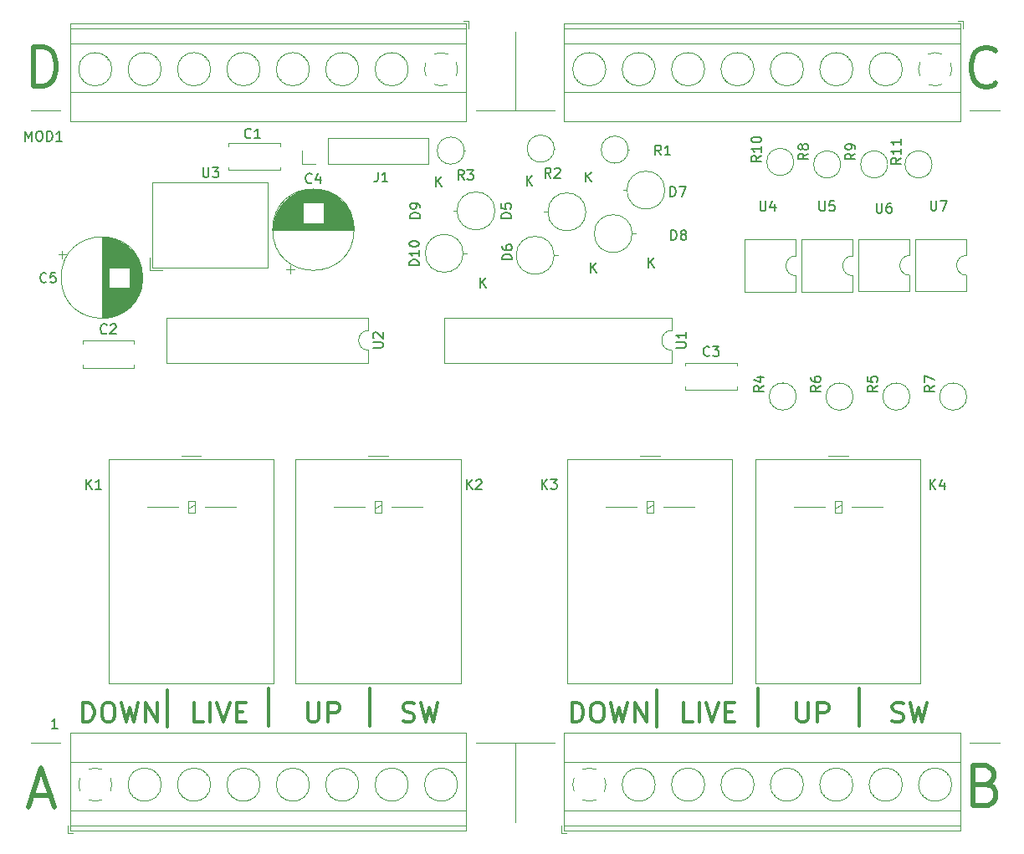
<source format=gbr>
%TF.GenerationSoftware,KiCad,Pcbnew,8.0.0*%
%TF.CreationDate,2024-08-18T15:23:15+02:00*%
%TF.ProjectId,esp32_blinds_controller,65737033-325f-4626-9c69-6e64735f636f,V0.1*%
%TF.SameCoordinates,Original*%
%TF.FileFunction,Legend,Top*%
%TF.FilePolarity,Positive*%
%FSLAX46Y46*%
G04 Gerber Fmt 4.6, Leading zero omitted, Abs format (unit mm)*
G04 Created by KiCad (PCBNEW 8.0.0) date 2024-08-18 15:23:15*
%MOMM*%
%LPD*%
G01*
G04 APERTURE LIST*
%ADD10C,0.300000*%
%ADD11C,0.150000*%
%ADD12C,0.500000*%
%ADD13C,0.120000*%
G04 APERTURE END LIST*
D10*
X116000000Y-124000000D02*
X116000000Y-127750000D01*
X186000000Y-123875000D02*
X186000000Y-127625000D01*
X165500000Y-124000000D02*
X165500000Y-127750000D01*
X136500000Y-123875000D02*
X136500000Y-127625000D01*
X175750000Y-123875000D02*
X175750000Y-127625000D01*
X126250000Y-123875000D02*
X126250000Y-127625000D01*
X119625939Y-127239638D02*
X118673558Y-127239638D01*
X118673558Y-127239638D02*
X118673558Y-125239638D01*
X120292606Y-127239638D02*
X120292606Y-125239638D01*
X120959273Y-125239638D02*
X121625939Y-127239638D01*
X121625939Y-127239638D02*
X122292606Y-125239638D01*
X122959273Y-126192019D02*
X123625940Y-126192019D01*
X123911654Y-127239638D02*
X122959273Y-127239638D01*
X122959273Y-127239638D02*
X122959273Y-125239638D01*
X122959273Y-125239638D02*
X123911654Y-125239638D01*
X169125939Y-127239638D02*
X168173558Y-127239638D01*
X168173558Y-127239638D02*
X168173558Y-125239638D01*
X169792606Y-127239638D02*
X169792606Y-125239638D01*
X170459273Y-125239638D02*
X171125939Y-127239638D01*
X171125939Y-127239638D02*
X171792606Y-125239638D01*
X172459273Y-126192019D02*
X173125940Y-126192019D01*
X173411654Y-127239638D02*
X172459273Y-127239638D01*
X172459273Y-127239638D02*
X172459273Y-125239638D01*
X172459273Y-125239638D02*
X173411654Y-125239638D01*
X189328320Y-127144400D02*
X189614034Y-127239638D01*
X189614034Y-127239638D02*
X190090225Y-127239638D01*
X190090225Y-127239638D02*
X190280701Y-127144400D01*
X190280701Y-127144400D02*
X190375939Y-127049161D01*
X190375939Y-127049161D02*
X190471177Y-126858685D01*
X190471177Y-126858685D02*
X190471177Y-126668209D01*
X190471177Y-126668209D02*
X190375939Y-126477733D01*
X190375939Y-126477733D02*
X190280701Y-126382495D01*
X190280701Y-126382495D02*
X190090225Y-126287257D01*
X190090225Y-126287257D02*
X189709272Y-126192019D01*
X189709272Y-126192019D02*
X189518796Y-126096780D01*
X189518796Y-126096780D02*
X189423558Y-126001542D01*
X189423558Y-126001542D02*
X189328320Y-125811066D01*
X189328320Y-125811066D02*
X189328320Y-125620590D01*
X189328320Y-125620590D02*
X189423558Y-125430114D01*
X189423558Y-125430114D02*
X189518796Y-125334876D01*
X189518796Y-125334876D02*
X189709272Y-125239638D01*
X189709272Y-125239638D02*
X190185463Y-125239638D01*
X190185463Y-125239638D02*
X190471177Y-125334876D01*
X191137844Y-125239638D02*
X191614034Y-127239638D01*
X191614034Y-127239638D02*
X191994987Y-125811066D01*
X191994987Y-125811066D02*
X192375939Y-127239638D01*
X192375939Y-127239638D02*
X192852130Y-125239638D01*
X107423558Y-127239638D02*
X107423558Y-125239638D01*
X107423558Y-125239638D02*
X107899748Y-125239638D01*
X107899748Y-125239638D02*
X108185463Y-125334876D01*
X108185463Y-125334876D02*
X108375939Y-125525352D01*
X108375939Y-125525352D02*
X108471177Y-125715828D01*
X108471177Y-125715828D02*
X108566415Y-126096780D01*
X108566415Y-126096780D02*
X108566415Y-126382495D01*
X108566415Y-126382495D02*
X108471177Y-126763447D01*
X108471177Y-126763447D02*
X108375939Y-126953923D01*
X108375939Y-126953923D02*
X108185463Y-127144400D01*
X108185463Y-127144400D02*
X107899748Y-127239638D01*
X107899748Y-127239638D02*
X107423558Y-127239638D01*
X109804510Y-125239638D02*
X110185463Y-125239638D01*
X110185463Y-125239638D02*
X110375939Y-125334876D01*
X110375939Y-125334876D02*
X110566415Y-125525352D01*
X110566415Y-125525352D02*
X110661653Y-125906304D01*
X110661653Y-125906304D02*
X110661653Y-126572971D01*
X110661653Y-126572971D02*
X110566415Y-126953923D01*
X110566415Y-126953923D02*
X110375939Y-127144400D01*
X110375939Y-127144400D02*
X110185463Y-127239638D01*
X110185463Y-127239638D02*
X109804510Y-127239638D01*
X109804510Y-127239638D02*
X109614034Y-127144400D01*
X109614034Y-127144400D02*
X109423558Y-126953923D01*
X109423558Y-126953923D02*
X109328320Y-126572971D01*
X109328320Y-126572971D02*
X109328320Y-125906304D01*
X109328320Y-125906304D02*
X109423558Y-125525352D01*
X109423558Y-125525352D02*
X109614034Y-125334876D01*
X109614034Y-125334876D02*
X109804510Y-125239638D01*
X111328320Y-125239638D02*
X111804510Y-127239638D01*
X111804510Y-127239638D02*
X112185463Y-125811066D01*
X112185463Y-125811066D02*
X112566415Y-127239638D01*
X112566415Y-127239638D02*
X113042606Y-125239638D01*
X113804510Y-127239638D02*
X113804510Y-125239638D01*
X113804510Y-125239638D02*
X114947367Y-127239638D01*
X114947367Y-127239638D02*
X114947367Y-125239638D01*
X179673558Y-125239638D02*
X179673558Y-126858685D01*
X179673558Y-126858685D02*
X179768796Y-127049161D01*
X179768796Y-127049161D02*
X179864034Y-127144400D01*
X179864034Y-127144400D02*
X180054510Y-127239638D01*
X180054510Y-127239638D02*
X180435463Y-127239638D01*
X180435463Y-127239638D02*
X180625939Y-127144400D01*
X180625939Y-127144400D02*
X180721177Y-127049161D01*
X180721177Y-127049161D02*
X180816415Y-126858685D01*
X180816415Y-126858685D02*
X180816415Y-125239638D01*
X181768796Y-127239638D02*
X181768796Y-125239638D01*
X181768796Y-125239638D02*
X182530701Y-125239638D01*
X182530701Y-125239638D02*
X182721177Y-125334876D01*
X182721177Y-125334876D02*
X182816415Y-125430114D01*
X182816415Y-125430114D02*
X182911653Y-125620590D01*
X182911653Y-125620590D02*
X182911653Y-125906304D01*
X182911653Y-125906304D02*
X182816415Y-126096780D01*
X182816415Y-126096780D02*
X182721177Y-126192019D01*
X182721177Y-126192019D02*
X182530701Y-126287257D01*
X182530701Y-126287257D02*
X181768796Y-126287257D01*
X130173558Y-125239638D02*
X130173558Y-126858685D01*
X130173558Y-126858685D02*
X130268796Y-127049161D01*
X130268796Y-127049161D02*
X130364034Y-127144400D01*
X130364034Y-127144400D02*
X130554510Y-127239638D01*
X130554510Y-127239638D02*
X130935463Y-127239638D01*
X130935463Y-127239638D02*
X131125939Y-127144400D01*
X131125939Y-127144400D02*
X131221177Y-127049161D01*
X131221177Y-127049161D02*
X131316415Y-126858685D01*
X131316415Y-126858685D02*
X131316415Y-125239638D01*
X132268796Y-127239638D02*
X132268796Y-125239638D01*
X132268796Y-125239638D02*
X133030701Y-125239638D01*
X133030701Y-125239638D02*
X133221177Y-125334876D01*
X133221177Y-125334876D02*
X133316415Y-125430114D01*
X133316415Y-125430114D02*
X133411653Y-125620590D01*
X133411653Y-125620590D02*
X133411653Y-125906304D01*
X133411653Y-125906304D02*
X133316415Y-126096780D01*
X133316415Y-126096780D02*
X133221177Y-126192019D01*
X133221177Y-126192019D02*
X133030701Y-126287257D01*
X133030701Y-126287257D02*
X132268796Y-126287257D01*
X156923558Y-127239638D02*
X156923558Y-125239638D01*
X156923558Y-125239638D02*
X157399748Y-125239638D01*
X157399748Y-125239638D02*
X157685463Y-125334876D01*
X157685463Y-125334876D02*
X157875939Y-125525352D01*
X157875939Y-125525352D02*
X157971177Y-125715828D01*
X157971177Y-125715828D02*
X158066415Y-126096780D01*
X158066415Y-126096780D02*
X158066415Y-126382495D01*
X158066415Y-126382495D02*
X157971177Y-126763447D01*
X157971177Y-126763447D02*
X157875939Y-126953923D01*
X157875939Y-126953923D02*
X157685463Y-127144400D01*
X157685463Y-127144400D02*
X157399748Y-127239638D01*
X157399748Y-127239638D02*
X156923558Y-127239638D01*
X159304510Y-125239638D02*
X159685463Y-125239638D01*
X159685463Y-125239638D02*
X159875939Y-125334876D01*
X159875939Y-125334876D02*
X160066415Y-125525352D01*
X160066415Y-125525352D02*
X160161653Y-125906304D01*
X160161653Y-125906304D02*
X160161653Y-126572971D01*
X160161653Y-126572971D02*
X160066415Y-126953923D01*
X160066415Y-126953923D02*
X159875939Y-127144400D01*
X159875939Y-127144400D02*
X159685463Y-127239638D01*
X159685463Y-127239638D02*
X159304510Y-127239638D01*
X159304510Y-127239638D02*
X159114034Y-127144400D01*
X159114034Y-127144400D02*
X158923558Y-126953923D01*
X158923558Y-126953923D02*
X158828320Y-126572971D01*
X158828320Y-126572971D02*
X158828320Y-125906304D01*
X158828320Y-125906304D02*
X158923558Y-125525352D01*
X158923558Y-125525352D02*
X159114034Y-125334876D01*
X159114034Y-125334876D02*
X159304510Y-125239638D01*
X160828320Y-125239638D02*
X161304510Y-127239638D01*
X161304510Y-127239638D02*
X161685463Y-125811066D01*
X161685463Y-125811066D02*
X162066415Y-127239638D01*
X162066415Y-127239638D02*
X162542606Y-125239638D01*
X163304510Y-127239638D02*
X163304510Y-125239638D01*
X163304510Y-125239638D02*
X164447367Y-127239638D01*
X164447367Y-127239638D02*
X164447367Y-125239638D01*
X139828320Y-127144400D02*
X140114034Y-127239638D01*
X140114034Y-127239638D02*
X140590225Y-127239638D01*
X140590225Y-127239638D02*
X140780701Y-127144400D01*
X140780701Y-127144400D02*
X140875939Y-127049161D01*
X140875939Y-127049161D02*
X140971177Y-126858685D01*
X140971177Y-126858685D02*
X140971177Y-126668209D01*
X140971177Y-126668209D02*
X140875939Y-126477733D01*
X140875939Y-126477733D02*
X140780701Y-126382495D01*
X140780701Y-126382495D02*
X140590225Y-126287257D01*
X140590225Y-126287257D02*
X140209272Y-126192019D01*
X140209272Y-126192019D02*
X140018796Y-126096780D01*
X140018796Y-126096780D02*
X139923558Y-126001542D01*
X139923558Y-126001542D02*
X139828320Y-125811066D01*
X139828320Y-125811066D02*
X139828320Y-125620590D01*
X139828320Y-125620590D02*
X139923558Y-125430114D01*
X139923558Y-125430114D02*
X140018796Y-125334876D01*
X140018796Y-125334876D02*
X140209272Y-125239638D01*
X140209272Y-125239638D02*
X140685463Y-125239638D01*
X140685463Y-125239638D02*
X140971177Y-125334876D01*
X141637844Y-125239638D02*
X142114034Y-127239638D01*
X142114034Y-127239638D02*
X142494987Y-125811066D01*
X142494987Y-125811066D02*
X142875939Y-127239638D01*
X142875939Y-127239638D02*
X143352130Y-125239638D01*
D11*
X104860588Y-127869819D02*
X104289160Y-127869819D01*
X104574874Y-127869819D02*
X104574874Y-126869819D01*
X104574874Y-126869819D02*
X104479636Y-127012676D01*
X104479636Y-127012676D02*
X104384398Y-127107914D01*
X104384398Y-127107914D02*
X104289160Y-127155533D01*
X130583333Y-72609580D02*
X130535714Y-72657200D01*
X130535714Y-72657200D02*
X130392857Y-72704819D01*
X130392857Y-72704819D02*
X130297619Y-72704819D01*
X130297619Y-72704819D02*
X130154762Y-72657200D01*
X130154762Y-72657200D02*
X130059524Y-72561961D01*
X130059524Y-72561961D02*
X130011905Y-72466723D01*
X130011905Y-72466723D02*
X129964286Y-72276247D01*
X129964286Y-72276247D02*
X129964286Y-72133390D01*
X129964286Y-72133390D02*
X130011905Y-71942914D01*
X130011905Y-71942914D02*
X130059524Y-71847676D01*
X130059524Y-71847676D02*
X130154762Y-71752438D01*
X130154762Y-71752438D02*
X130297619Y-71704819D01*
X130297619Y-71704819D02*
X130392857Y-71704819D01*
X130392857Y-71704819D02*
X130535714Y-71752438D01*
X130535714Y-71752438D02*
X130583333Y-71800057D01*
X131440476Y-72038152D02*
X131440476Y-72704819D01*
X131202381Y-71657200D02*
X130964286Y-72371485D01*
X130964286Y-72371485D02*
X131583333Y-72371485D01*
X137266666Y-71554819D02*
X137266666Y-72269104D01*
X137266666Y-72269104D02*
X137219047Y-72411961D01*
X137219047Y-72411961D02*
X137123809Y-72507200D01*
X137123809Y-72507200D02*
X136980952Y-72554819D01*
X136980952Y-72554819D02*
X136885714Y-72554819D01*
X138266666Y-72554819D02*
X137695238Y-72554819D01*
X137980952Y-72554819D02*
X137980952Y-71554819D01*
X137980952Y-71554819D02*
X137885714Y-71697676D01*
X137885714Y-71697676D02*
X137790476Y-71792914D01*
X137790476Y-71792914D02*
X137695238Y-71840533D01*
X193238095Y-74454819D02*
X193238095Y-75264342D01*
X193238095Y-75264342D02*
X193285714Y-75359580D01*
X193285714Y-75359580D02*
X193333333Y-75407200D01*
X193333333Y-75407200D02*
X193428571Y-75454819D01*
X193428571Y-75454819D02*
X193619047Y-75454819D01*
X193619047Y-75454819D02*
X193714285Y-75407200D01*
X193714285Y-75407200D02*
X193761904Y-75359580D01*
X193761904Y-75359580D02*
X193809523Y-75264342D01*
X193809523Y-75264342D02*
X193809523Y-74454819D01*
X194190476Y-74454819D02*
X194857142Y-74454819D01*
X194857142Y-74454819D02*
X194428571Y-75454819D01*
X182084819Y-93196666D02*
X181608628Y-93529999D01*
X182084819Y-93768094D02*
X181084819Y-93768094D01*
X181084819Y-93768094D02*
X181084819Y-93387142D01*
X181084819Y-93387142D02*
X181132438Y-93291904D01*
X181132438Y-93291904D02*
X181180057Y-93244285D01*
X181180057Y-93244285D02*
X181275295Y-93196666D01*
X181275295Y-93196666D02*
X181418152Y-93196666D01*
X181418152Y-93196666D02*
X181513390Y-93244285D01*
X181513390Y-93244285D02*
X181561009Y-93291904D01*
X181561009Y-93291904D02*
X181608628Y-93387142D01*
X181608628Y-93387142D02*
X181608628Y-93768094D01*
X181084819Y-92339523D02*
X181084819Y-92529999D01*
X181084819Y-92529999D02*
X181132438Y-92625237D01*
X181132438Y-92625237D02*
X181180057Y-92672856D01*
X181180057Y-92672856D02*
X181322914Y-92768094D01*
X181322914Y-92768094D02*
X181513390Y-92815713D01*
X181513390Y-92815713D02*
X181894342Y-92815713D01*
X181894342Y-92815713D02*
X181989580Y-92768094D01*
X181989580Y-92768094D02*
X182037200Y-92720475D01*
X182037200Y-92720475D02*
X182084819Y-92625237D01*
X182084819Y-92625237D02*
X182084819Y-92434761D01*
X182084819Y-92434761D02*
X182037200Y-92339523D01*
X182037200Y-92339523D02*
X181989580Y-92291904D01*
X181989580Y-92291904D02*
X181894342Y-92244285D01*
X181894342Y-92244285D02*
X181656247Y-92244285D01*
X181656247Y-92244285D02*
X181561009Y-92291904D01*
X181561009Y-92291904D02*
X181513390Y-92339523D01*
X181513390Y-92339523D02*
X181465771Y-92434761D01*
X181465771Y-92434761D02*
X181465771Y-92625237D01*
X181465771Y-92625237D02*
X181513390Y-92720475D01*
X181513390Y-92720475D02*
X181561009Y-92768094D01*
X181561009Y-92768094D02*
X181656247Y-92815713D01*
X146261905Y-103704819D02*
X146261905Y-102704819D01*
X146833333Y-103704819D02*
X146404762Y-103133390D01*
X146833333Y-102704819D02*
X146261905Y-103276247D01*
X147214286Y-102800057D02*
X147261905Y-102752438D01*
X147261905Y-102752438D02*
X147357143Y-102704819D01*
X147357143Y-102704819D02*
X147595238Y-102704819D01*
X147595238Y-102704819D02*
X147690476Y-102752438D01*
X147690476Y-102752438D02*
X147738095Y-102800057D01*
X147738095Y-102800057D02*
X147785714Y-102895295D01*
X147785714Y-102895295D02*
X147785714Y-102990533D01*
X147785714Y-102990533D02*
X147738095Y-103133390D01*
X147738095Y-103133390D02*
X147166667Y-103704819D01*
X147166667Y-103704819D02*
X147785714Y-103704819D01*
X154788333Y-72154819D02*
X154455000Y-71678628D01*
X154216905Y-72154819D02*
X154216905Y-71154819D01*
X154216905Y-71154819D02*
X154597857Y-71154819D01*
X154597857Y-71154819D02*
X154693095Y-71202438D01*
X154693095Y-71202438D02*
X154740714Y-71250057D01*
X154740714Y-71250057D02*
X154788333Y-71345295D01*
X154788333Y-71345295D02*
X154788333Y-71488152D01*
X154788333Y-71488152D02*
X154740714Y-71583390D01*
X154740714Y-71583390D02*
X154693095Y-71631009D01*
X154693095Y-71631009D02*
X154597857Y-71678628D01*
X154597857Y-71678628D02*
X154216905Y-71678628D01*
X155169286Y-71250057D02*
X155216905Y-71202438D01*
X155216905Y-71202438D02*
X155312143Y-71154819D01*
X155312143Y-71154819D02*
X155550238Y-71154819D01*
X155550238Y-71154819D02*
X155645476Y-71202438D01*
X155645476Y-71202438D02*
X155693095Y-71250057D01*
X155693095Y-71250057D02*
X155740714Y-71345295D01*
X155740714Y-71345295D02*
X155740714Y-71440533D01*
X155740714Y-71440533D02*
X155693095Y-71583390D01*
X155693095Y-71583390D02*
X155121667Y-72154819D01*
X155121667Y-72154819D02*
X155740714Y-72154819D01*
X141554819Y-76238094D02*
X140554819Y-76238094D01*
X140554819Y-76238094D02*
X140554819Y-75999999D01*
X140554819Y-75999999D02*
X140602438Y-75857142D01*
X140602438Y-75857142D02*
X140697676Y-75761904D01*
X140697676Y-75761904D02*
X140792914Y-75714285D01*
X140792914Y-75714285D02*
X140983390Y-75666666D01*
X140983390Y-75666666D02*
X141126247Y-75666666D01*
X141126247Y-75666666D02*
X141316723Y-75714285D01*
X141316723Y-75714285D02*
X141411961Y-75761904D01*
X141411961Y-75761904D02*
X141507200Y-75857142D01*
X141507200Y-75857142D02*
X141554819Y-75999999D01*
X141554819Y-75999999D02*
X141554819Y-76238094D01*
X141554819Y-75190475D02*
X141554819Y-74999999D01*
X141554819Y-74999999D02*
X141507200Y-74904761D01*
X141507200Y-74904761D02*
X141459580Y-74857142D01*
X141459580Y-74857142D02*
X141316723Y-74761904D01*
X141316723Y-74761904D02*
X141126247Y-74714285D01*
X141126247Y-74714285D02*
X140745295Y-74714285D01*
X140745295Y-74714285D02*
X140650057Y-74761904D01*
X140650057Y-74761904D02*
X140602438Y-74809523D01*
X140602438Y-74809523D02*
X140554819Y-74904761D01*
X140554819Y-74904761D02*
X140554819Y-75095237D01*
X140554819Y-75095237D02*
X140602438Y-75190475D01*
X140602438Y-75190475D02*
X140650057Y-75238094D01*
X140650057Y-75238094D02*
X140745295Y-75285713D01*
X140745295Y-75285713D02*
X140983390Y-75285713D01*
X140983390Y-75285713D02*
X141078628Y-75238094D01*
X141078628Y-75238094D02*
X141126247Y-75190475D01*
X141126247Y-75190475D02*
X141173866Y-75095237D01*
X141173866Y-75095237D02*
X141173866Y-74904761D01*
X141173866Y-74904761D02*
X141126247Y-74809523D01*
X141126247Y-74809523D02*
X141078628Y-74761904D01*
X141078628Y-74761904D02*
X140983390Y-74714285D01*
X143138095Y-73054819D02*
X143138095Y-72054819D01*
X143709523Y-73054819D02*
X143280952Y-72483390D01*
X143709523Y-72054819D02*
X143138095Y-72626247D01*
X136784819Y-89371904D02*
X137594342Y-89371904D01*
X137594342Y-89371904D02*
X137689580Y-89324285D01*
X137689580Y-89324285D02*
X137737200Y-89276666D01*
X137737200Y-89276666D02*
X137784819Y-89181428D01*
X137784819Y-89181428D02*
X137784819Y-88990952D01*
X137784819Y-88990952D02*
X137737200Y-88895714D01*
X137737200Y-88895714D02*
X137689580Y-88848095D01*
X137689580Y-88848095D02*
X137594342Y-88800476D01*
X137594342Y-88800476D02*
X136784819Y-88800476D01*
X136880057Y-88371904D02*
X136832438Y-88324285D01*
X136832438Y-88324285D02*
X136784819Y-88229047D01*
X136784819Y-88229047D02*
X136784819Y-87990952D01*
X136784819Y-87990952D02*
X136832438Y-87895714D01*
X136832438Y-87895714D02*
X136880057Y-87848095D01*
X136880057Y-87848095D02*
X136975295Y-87800476D01*
X136975295Y-87800476D02*
X137070533Y-87800476D01*
X137070533Y-87800476D02*
X137213390Y-87848095D01*
X137213390Y-87848095D02*
X137784819Y-88419523D01*
X137784819Y-88419523D02*
X137784819Y-87800476D01*
X185584819Y-69691666D02*
X185108628Y-70024999D01*
X185584819Y-70263094D02*
X184584819Y-70263094D01*
X184584819Y-70263094D02*
X184584819Y-69882142D01*
X184584819Y-69882142D02*
X184632438Y-69786904D01*
X184632438Y-69786904D02*
X184680057Y-69739285D01*
X184680057Y-69739285D02*
X184775295Y-69691666D01*
X184775295Y-69691666D02*
X184918152Y-69691666D01*
X184918152Y-69691666D02*
X185013390Y-69739285D01*
X185013390Y-69739285D02*
X185061009Y-69786904D01*
X185061009Y-69786904D02*
X185108628Y-69882142D01*
X185108628Y-69882142D02*
X185108628Y-70263094D01*
X185584819Y-69215475D02*
X185584819Y-69024999D01*
X185584819Y-69024999D02*
X185537200Y-68929761D01*
X185537200Y-68929761D02*
X185489580Y-68882142D01*
X185489580Y-68882142D02*
X185346723Y-68786904D01*
X185346723Y-68786904D02*
X185156247Y-68739285D01*
X185156247Y-68739285D02*
X184775295Y-68739285D01*
X184775295Y-68739285D02*
X184680057Y-68786904D01*
X184680057Y-68786904D02*
X184632438Y-68834523D01*
X184632438Y-68834523D02*
X184584819Y-68929761D01*
X184584819Y-68929761D02*
X184584819Y-69120237D01*
X184584819Y-69120237D02*
X184632438Y-69215475D01*
X184632438Y-69215475D02*
X184680057Y-69263094D01*
X184680057Y-69263094D02*
X184775295Y-69310713D01*
X184775295Y-69310713D02*
X185013390Y-69310713D01*
X185013390Y-69310713D02*
X185108628Y-69263094D01*
X185108628Y-69263094D02*
X185156247Y-69215475D01*
X185156247Y-69215475D02*
X185203866Y-69120237D01*
X185203866Y-69120237D02*
X185203866Y-68929761D01*
X185203866Y-68929761D02*
X185156247Y-68834523D01*
X185156247Y-68834523D02*
X185108628Y-68786904D01*
X185108628Y-68786904D02*
X185013390Y-68739285D01*
X193161905Y-103704819D02*
X193161905Y-102704819D01*
X193733333Y-103704819D02*
X193304762Y-103133390D01*
X193733333Y-102704819D02*
X193161905Y-103276247D01*
X194590476Y-103038152D02*
X194590476Y-103704819D01*
X194352381Y-102657200D02*
X194114286Y-103371485D01*
X194114286Y-103371485D02*
X194733333Y-103371485D01*
X180834819Y-69691666D02*
X180358628Y-70024999D01*
X180834819Y-70263094D02*
X179834819Y-70263094D01*
X179834819Y-70263094D02*
X179834819Y-69882142D01*
X179834819Y-69882142D02*
X179882438Y-69786904D01*
X179882438Y-69786904D02*
X179930057Y-69739285D01*
X179930057Y-69739285D02*
X180025295Y-69691666D01*
X180025295Y-69691666D02*
X180168152Y-69691666D01*
X180168152Y-69691666D02*
X180263390Y-69739285D01*
X180263390Y-69739285D02*
X180311009Y-69786904D01*
X180311009Y-69786904D02*
X180358628Y-69882142D01*
X180358628Y-69882142D02*
X180358628Y-70263094D01*
X180263390Y-69120237D02*
X180215771Y-69215475D01*
X180215771Y-69215475D02*
X180168152Y-69263094D01*
X180168152Y-69263094D02*
X180072914Y-69310713D01*
X180072914Y-69310713D02*
X180025295Y-69310713D01*
X180025295Y-69310713D02*
X179930057Y-69263094D01*
X179930057Y-69263094D02*
X179882438Y-69215475D01*
X179882438Y-69215475D02*
X179834819Y-69120237D01*
X179834819Y-69120237D02*
X179834819Y-68929761D01*
X179834819Y-68929761D02*
X179882438Y-68834523D01*
X179882438Y-68834523D02*
X179930057Y-68786904D01*
X179930057Y-68786904D02*
X180025295Y-68739285D01*
X180025295Y-68739285D02*
X180072914Y-68739285D01*
X180072914Y-68739285D02*
X180168152Y-68786904D01*
X180168152Y-68786904D02*
X180215771Y-68834523D01*
X180215771Y-68834523D02*
X180263390Y-68929761D01*
X180263390Y-68929761D02*
X180263390Y-69120237D01*
X180263390Y-69120237D02*
X180311009Y-69215475D01*
X180311009Y-69215475D02*
X180358628Y-69263094D01*
X180358628Y-69263094D02*
X180453866Y-69310713D01*
X180453866Y-69310713D02*
X180644342Y-69310713D01*
X180644342Y-69310713D02*
X180739580Y-69263094D01*
X180739580Y-69263094D02*
X180787200Y-69215475D01*
X180787200Y-69215475D02*
X180834819Y-69120237D01*
X180834819Y-69120237D02*
X180834819Y-68929761D01*
X180834819Y-68929761D02*
X180787200Y-68834523D01*
X180787200Y-68834523D02*
X180739580Y-68786904D01*
X180739580Y-68786904D02*
X180644342Y-68739285D01*
X180644342Y-68739285D02*
X180453866Y-68739285D01*
X180453866Y-68739285D02*
X180358628Y-68786904D01*
X180358628Y-68786904D02*
X180311009Y-68834523D01*
X180311009Y-68834523D02*
X180263390Y-68929761D01*
X187738095Y-74704819D02*
X187738095Y-75514342D01*
X187738095Y-75514342D02*
X187785714Y-75609580D01*
X187785714Y-75609580D02*
X187833333Y-75657200D01*
X187833333Y-75657200D02*
X187928571Y-75704819D01*
X187928571Y-75704819D02*
X188119047Y-75704819D01*
X188119047Y-75704819D02*
X188214285Y-75657200D01*
X188214285Y-75657200D02*
X188261904Y-75609580D01*
X188261904Y-75609580D02*
X188309523Y-75514342D01*
X188309523Y-75514342D02*
X188309523Y-74704819D01*
X189214285Y-74704819D02*
X189023809Y-74704819D01*
X189023809Y-74704819D02*
X188928571Y-74752438D01*
X188928571Y-74752438D02*
X188880952Y-74800057D01*
X188880952Y-74800057D02*
X188785714Y-74942914D01*
X188785714Y-74942914D02*
X188738095Y-75133390D01*
X188738095Y-75133390D02*
X188738095Y-75514342D01*
X188738095Y-75514342D02*
X188785714Y-75609580D01*
X188785714Y-75609580D02*
X188833333Y-75657200D01*
X188833333Y-75657200D02*
X188928571Y-75704819D01*
X188928571Y-75704819D02*
X189119047Y-75704819D01*
X189119047Y-75704819D02*
X189214285Y-75657200D01*
X189214285Y-75657200D02*
X189261904Y-75609580D01*
X189261904Y-75609580D02*
X189309523Y-75514342D01*
X189309523Y-75514342D02*
X189309523Y-75276247D01*
X189309523Y-75276247D02*
X189261904Y-75181009D01*
X189261904Y-75181009D02*
X189214285Y-75133390D01*
X189214285Y-75133390D02*
X189119047Y-75085771D01*
X189119047Y-75085771D02*
X188928571Y-75085771D01*
X188928571Y-75085771D02*
X188833333Y-75133390D01*
X188833333Y-75133390D02*
X188785714Y-75181009D01*
X188785714Y-75181009D02*
X188738095Y-75276247D01*
X165933333Y-69854819D02*
X165600000Y-69378628D01*
X165361905Y-69854819D02*
X165361905Y-68854819D01*
X165361905Y-68854819D02*
X165742857Y-68854819D01*
X165742857Y-68854819D02*
X165838095Y-68902438D01*
X165838095Y-68902438D02*
X165885714Y-68950057D01*
X165885714Y-68950057D02*
X165933333Y-69045295D01*
X165933333Y-69045295D02*
X165933333Y-69188152D01*
X165933333Y-69188152D02*
X165885714Y-69283390D01*
X165885714Y-69283390D02*
X165838095Y-69331009D01*
X165838095Y-69331009D02*
X165742857Y-69378628D01*
X165742857Y-69378628D02*
X165361905Y-69378628D01*
X166885714Y-69854819D02*
X166314286Y-69854819D01*
X166600000Y-69854819D02*
X166600000Y-68854819D01*
X166600000Y-68854819D02*
X166504762Y-68997676D01*
X166504762Y-68997676D02*
X166409524Y-69092914D01*
X166409524Y-69092914D02*
X166314286Y-69140533D01*
X176334819Y-93191666D02*
X175858628Y-93524999D01*
X176334819Y-93763094D02*
X175334819Y-93763094D01*
X175334819Y-93763094D02*
X175334819Y-93382142D01*
X175334819Y-93382142D02*
X175382438Y-93286904D01*
X175382438Y-93286904D02*
X175430057Y-93239285D01*
X175430057Y-93239285D02*
X175525295Y-93191666D01*
X175525295Y-93191666D02*
X175668152Y-93191666D01*
X175668152Y-93191666D02*
X175763390Y-93239285D01*
X175763390Y-93239285D02*
X175811009Y-93286904D01*
X175811009Y-93286904D02*
X175858628Y-93382142D01*
X175858628Y-93382142D02*
X175858628Y-93763094D01*
X175668152Y-92334523D02*
X176334819Y-92334523D01*
X175287200Y-92572618D02*
X176001485Y-92810713D01*
X176001485Y-92810713D02*
X176001485Y-92191666D01*
X150754819Y-76238094D02*
X149754819Y-76238094D01*
X149754819Y-76238094D02*
X149754819Y-75999999D01*
X149754819Y-75999999D02*
X149802438Y-75857142D01*
X149802438Y-75857142D02*
X149897676Y-75761904D01*
X149897676Y-75761904D02*
X149992914Y-75714285D01*
X149992914Y-75714285D02*
X150183390Y-75666666D01*
X150183390Y-75666666D02*
X150326247Y-75666666D01*
X150326247Y-75666666D02*
X150516723Y-75714285D01*
X150516723Y-75714285D02*
X150611961Y-75761904D01*
X150611961Y-75761904D02*
X150707200Y-75857142D01*
X150707200Y-75857142D02*
X150754819Y-75999999D01*
X150754819Y-75999999D02*
X150754819Y-76238094D01*
X149754819Y-74761904D02*
X149754819Y-75238094D01*
X149754819Y-75238094D02*
X150231009Y-75285713D01*
X150231009Y-75285713D02*
X150183390Y-75238094D01*
X150183390Y-75238094D02*
X150135771Y-75142856D01*
X150135771Y-75142856D02*
X150135771Y-74904761D01*
X150135771Y-74904761D02*
X150183390Y-74809523D01*
X150183390Y-74809523D02*
X150231009Y-74761904D01*
X150231009Y-74761904D02*
X150326247Y-74714285D01*
X150326247Y-74714285D02*
X150564342Y-74714285D01*
X150564342Y-74714285D02*
X150659580Y-74761904D01*
X150659580Y-74761904D02*
X150707200Y-74809523D01*
X150707200Y-74809523D02*
X150754819Y-74904761D01*
X150754819Y-74904761D02*
X150754819Y-75142856D01*
X150754819Y-75142856D02*
X150707200Y-75238094D01*
X150707200Y-75238094D02*
X150659580Y-75285713D01*
X152338095Y-72954819D02*
X152338095Y-71954819D01*
X152909523Y-72954819D02*
X152480952Y-72383390D01*
X152909523Y-71954819D02*
X152338095Y-72526247D01*
X176084819Y-69917857D02*
X175608628Y-70251190D01*
X176084819Y-70489285D02*
X175084819Y-70489285D01*
X175084819Y-70489285D02*
X175084819Y-70108333D01*
X175084819Y-70108333D02*
X175132438Y-70013095D01*
X175132438Y-70013095D02*
X175180057Y-69965476D01*
X175180057Y-69965476D02*
X175275295Y-69917857D01*
X175275295Y-69917857D02*
X175418152Y-69917857D01*
X175418152Y-69917857D02*
X175513390Y-69965476D01*
X175513390Y-69965476D02*
X175561009Y-70013095D01*
X175561009Y-70013095D02*
X175608628Y-70108333D01*
X175608628Y-70108333D02*
X175608628Y-70489285D01*
X176084819Y-68965476D02*
X176084819Y-69536904D01*
X176084819Y-69251190D02*
X175084819Y-69251190D01*
X175084819Y-69251190D02*
X175227676Y-69346428D01*
X175227676Y-69346428D02*
X175322914Y-69441666D01*
X175322914Y-69441666D02*
X175370533Y-69536904D01*
X175084819Y-68346428D02*
X175084819Y-68251190D01*
X175084819Y-68251190D02*
X175132438Y-68155952D01*
X175132438Y-68155952D02*
X175180057Y-68108333D01*
X175180057Y-68108333D02*
X175275295Y-68060714D01*
X175275295Y-68060714D02*
X175465771Y-68013095D01*
X175465771Y-68013095D02*
X175703866Y-68013095D01*
X175703866Y-68013095D02*
X175894342Y-68060714D01*
X175894342Y-68060714D02*
X175989580Y-68108333D01*
X175989580Y-68108333D02*
X176037200Y-68155952D01*
X176037200Y-68155952D02*
X176084819Y-68251190D01*
X176084819Y-68251190D02*
X176084819Y-68346428D01*
X176084819Y-68346428D02*
X176037200Y-68441666D01*
X176037200Y-68441666D02*
X175989580Y-68489285D01*
X175989580Y-68489285D02*
X175894342Y-68536904D01*
X175894342Y-68536904D02*
X175703866Y-68584523D01*
X175703866Y-68584523D02*
X175465771Y-68584523D01*
X175465771Y-68584523D02*
X175275295Y-68536904D01*
X175275295Y-68536904D02*
X175180057Y-68489285D01*
X175180057Y-68489285D02*
X175132438Y-68441666D01*
X175132438Y-68441666D02*
X175084819Y-68346428D01*
X107761905Y-103654819D02*
X107761905Y-102654819D01*
X108333333Y-103654819D02*
X107904762Y-103083390D01*
X108333333Y-102654819D02*
X107761905Y-103226247D01*
X109285714Y-103654819D02*
X108714286Y-103654819D01*
X109000000Y-103654819D02*
X109000000Y-102654819D01*
X109000000Y-102654819D02*
X108904762Y-102797676D01*
X108904762Y-102797676D02*
X108809524Y-102892914D01*
X108809524Y-102892914D02*
X108714286Y-102940533D01*
X166861905Y-74054819D02*
X166861905Y-73054819D01*
X166861905Y-73054819D02*
X167100000Y-73054819D01*
X167100000Y-73054819D02*
X167242857Y-73102438D01*
X167242857Y-73102438D02*
X167338095Y-73197676D01*
X167338095Y-73197676D02*
X167385714Y-73292914D01*
X167385714Y-73292914D02*
X167433333Y-73483390D01*
X167433333Y-73483390D02*
X167433333Y-73626247D01*
X167433333Y-73626247D02*
X167385714Y-73816723D01*
X167385714Y-73816723D02*
X167338095Y-73911961D01*
X167338095Y-73911961D02*
X167242857Y-74007200D01*
X167242857Y-74007200D02*
X167100000Y-74054819D01*
X167100000Y-74054819D02*
X166861905Y-74054819D01*
X167766667Y-73054819D02*
X168433333Y-73054819D01*
X168433333Y-73054819D02*
X168004762Y-74054819D01*
X158338095Y-72554819D02*
X158338095Y-71554819D01*
X158909523Y-72554819D02*
X158480952Y-71983390D01*
X158909523Y-71554819D02*
X158338095Y-72126247D01*
X166961905Y-78454819D02*
X166961905Y-77454819D01*
X166961905Y-77454819D02*
X167200000Y-77454819D01*
X167200000Y-77454819D02*
X167342857Y-77502438D01*
X167342857Y-77502438D02*
X167438095Y-77597676D01*
X167438095Y-77597676D02*
X167485714Y-77692914D01*
X167485714Y-77692914D02*
X167533333Y-77883390D01*
X167533333Y-77883390D02*
X167533333Y-78026247D01*
X167533333Y-78026247D02*
X167485714Y-78216723D01*
X167485714Y-78216723D02*
X167438095Y-78311961D01*
X167438095Y-78311961D02*
X167342857Y-78407200D01*
X167342857Y-78407200D02*
X167200000Y-78454819D01*
X167200000Y-78454819D02*
X166961905Y-78454819D01*
X168104762Y-77883390D02*
X168009524Y-77835771D01*
X168009524Y-77835771D02*
X167961905Y-77788152D01*
X167961905Y-77788152D02*
X167914286Y-77692914D01*
X167914286Y-77692914D02*
X167914286Y-77645295D01*
X167914286Y-77645295D02*
X167961905Y-77550057D01*
X167961905Y-77550057D02*
X168009524Y-77502438D01*
X168009524Y-77502438D02*
X168104762Y-77454819D01*
X168104762Y-77454819D02*
X168295238Y-77454819D01*
X168295238Y-77454819D02*
X168390476Y-77502438D01*
X168390476Y-77502438D02*
X168438095Y-77550057D01*
X168438095Y-77550057D02*
X168485714Y-77645295D01*
X168485714Y-77645295D02*
X168485714Y-77692914D01*
X168485714Y-77692914D02*
X168438095Y-77788152D01*
X168438095Y-77788152D02*
X168390476Y-77835771D01*
X168390476Y-77835771D02*
X168295238Y-77883390D01*
X168295238Y-77883390D02*
X168104762Y-77883390D01*
X168104762Y-77883390D02*
X168009524Y-77931009D01*
X168009524Y-77931009D02*
X167961905Y-77978628D01*
X167961905Y-77978628D02*
X167914286Y-78073866D01*
X167914286Y-78073866D02*
X167914286Y-78264342D01*
X167914286Y-78264342D02*
X167961905Y-78359580D01*
X167961905Y-78359580D02*
X168009524Y-78407200D01*
X168009524Y-78407200D02*
X168104762Y-78454819D01*
X168104762Y-78454819D02*
X168295238Y-78454819D01*
X168295238Y-78454819D02*
X168390476Y-78407200D01*
X168390476Y-78407200D02*
X168438095Y-78359580D01*
X168438095Y-78359580D02*
X168485714Y-78264342D01*
X168485714Y-78264342D02*
X168485714Y-78073866D01*
X168485714Y-78073866D02*
X168438095Y-77978628D01*
X168438095Y-77978628D02*
X168390476Y-77931009D01*
X168390476Y-77931009D02*
X168295238Y-77883390D01*
X164688095Y-81254819D02*
X164688095Y-80254819D01*
X165259523Y-81254819D02*
X164830952Y-80683390D01*
X165259523Y-80254819D02*
X164688095Y-80826247D01*
X181963095Y-74504819D02*
X181963095Y-75314342D01*
X181963095Y-75314342D02*
X182010714Y-75409580D01*
X182010714Y-75409580D02*
X182058333Y-75457200D01*
X182058333Y-75457200D02*
X182153571Y-75504819D01*
X182153571Y-75504819D02*
X182344047Y-75504819D01*
X182344047Y-75504819D02*
X182439285Y-75457200D01*
X182439285Y-75457200D02*
X182486904Y-75409580D01*
X182486904Y-75409580D02*
X182534523Y-75314342D01*
X182534523Y-75314342D02*
X182534523Y-74504819D01*
X183486904Y-74504819D02*
X183010714Y-74504819D01*
X183010714Y-74504819D02*
X182963095Y-74981009D01*
X182963095Y-74981009D02*
X183010714Y-74933390D01*
X183010714Y-74933390D02*
X183105952Y-74885771D01*
X183105952Y-74885771D02*
X183344047Y-74885771D01*
X183344047Y-74885771D02*
X183439285Y-74933390D01*
X183439285Y-74933390D02*
X183486904Y-74981009D01*
X183486904Y-74981009D02*
X183534523Y-75076247D01*
X183534523Y-75076247D02*
X183534523Y-75314342D01*
X183534523Y-75314342D02*
X183486904Y-75409580D01*
X183486904Y-75409580D02*
X183439285Y-75457200D01*
X183439285Y-75457200D02*
X183344047Y-75504819D01*
X183344047Y-75504819D02*
X183105952Y-75504819D01*
X183105952Y-75504819D02*
X183010714Y-75457200D01*
X183010714Y-75457200D02*
X182963095Y-75409580D01*
X141454819Y-81014285D02*
X140454819Y-81014285D01*
X140454819Y-81014285D02*
X140454819Y-80776190D01*
X140454819Y-80776190D02*
X140502438Y-80633333D01*
X140502438Y-80633333D02*
X140597676Y-80538095D01*
X140597676Y-80538095D02*
X140692914Y-80490476D01*
X140692914Y-80490476D02*
X140883390Y-80442857D01*
X140883390Y-80442857D02*
X141026247Y-80442857D01*
X141026247Y-80442857D02*
X141216723Y-80490476D01*
X141216723Y-80490476D02*
X141311961Y-80538095D01*
X141311961Y-80538095D02*
X141407200Y-80633333D01*
X141407200Y-80633333D02*
X141454819Y-80776190D01*
X141454819Y-80776190D02*
X141454819Y-81014285D01*
X141454819Y-79490476D02*
X141454819Y-80061904D01*
X141454819Y-79776190D02*
X140454819Y-79776190D01*
X140454819Y-79776190D02*
X140597676Y-79871428D01*
X140597676Y-79871428D02*
X140692914Y-79966666D01*
X140692914Y-79966666D02*
X140740533Y-80061904D01*
X140454819Y-78871428D02*
X140454819Y-78776190D01*
X140454819Y-78776190D02*
X140502438Y-78680952D01*
X140502438Y-78680952D02*
X140550057Y-78633333D01*
X140550057Y-78633333D02*
X140645295Y-78585714D01*
X140645295Y-78585714D02*
X140835771Y-78538095D01*
X140835771Y-78538095D02*
X141073866Y-78538095D01*
X141073866Y-78538095D02*
X141264342Y-78585714D01*
X141264342Y-78585714D02*
X141359580Y-78633333D01*
X141359580Y-78633333D02*
X141407200Y-78680952D01*
X141407200Y-78680952D02*
X141454819Y-78776190D01*
X141454819Y-78776190D02*
X141454819Y-78871428D01*
X141454819Y-78871428D02*
X141407200Y-78966666D01*
X141407200Y-78966666D02*
X141359580Y-79014285D01*
X141359580Y-79014285D02*
X141264342Y-79061904D01*
X141264342Y-79061904D02*
X141073866Y-79109523D01*
X141073866Y-79109523D02*
X140835771Y-79109523D01*
X140835771Y-79109523D02*
X140645295Y-79061904D01*
X140645295Y-79061904D02*
X140550057Y-79014285D01*
X140550057Y-79014285D02*
X140502438Y-78966666D01*
X140502438Y-78966666D02*
X140454819Y-78871428D01*
X147638095Y-83254819D02*
X147638095Y-82254819D01*
X148209523Y-83254819D02*
X147780952Y-82683390D01*
X148209523Y-82254819D02*
X147638095Y-82826247D01*
X167464819Y-89371904D02*
X168274342Y-89371904D01*
X168274342Y-89371904D02*
X168369580Y-89324285D01*
X168369580Y-89324285D02*
X168417200Y-89276666D01*
X168417200Y-89276666D02*
X168464819Y-89181428D01*
X168464819Y-89181428D02*
X168464819Y-88990952D01*
X168464819Y-88990952D02*
X168417200Y-88895714D01*
X168417200Y-88895714D02*
X168369580Y-88848095D01*
X168369580Y-88848095D02*
X168274342Y-88800476D01*
X168274342Y-88800476D02*
X167464819Y-88800476D01*
X168464819Y-87800476D02*
X168464819Y-88371904D01*
X168464819Y-88086190D02*
X167464819Y-88086190D01*
X167464819Y-88086190D02*
X167607676Y-88181428D01*
X167607676Y-88181428D02*
X167702914Y-88276666D01*
X167702914Y-88276666D02*
X167750533Y-88371904D01*
X145988333Y-72354819D02*
X145655000Y-71878628D01*
X145416905Y-72354819D02*
X145416905Y-71354819D01*
X145416905Y-71354819D02*
X145797857Y-71354819D01*
X145797857Y-71354819D02*
X145893095Y-71402438D01*
X145893095Y-71402438D02*
X145940714Y-71450057D01*
X145940714Y-71450057D02*
X145988333Y-71545295D01*
X145988333Y-71545295D02*
X145988333Y-71688152D01*
X145988333Y-71688152D02*
X145940714Y-71783390D01*
X145940714Y-71783390D02*
X145893095Y-71831009D01*
X145893095Y-71831009D02*
X145797857Y-71878628D01*
X145797857Y-71878628D02*
X145416905Y-71878628D01*
X146321667Y-71354819D02*
X146940714Y-71354819D01*
X146940714Y-71354819D02*
X146607381Y-71735771D01*
X146607381Y-71735771D02*
X146750238Y-71735771D01*
X146750238Y-71735771D02*
X146845476Y-71783390D01*
X146845476Y-71783390D02*
X146893095Y-71831009D01*
X146893095Y-71831009D02*
X146940714Y-71926247D01*
X146940714Y-71926247D02*
X146940714Y-72164342D01*
X146940714Y-72164342D02*
X146893095Y-72259580D01*
X146893095Y-72259580D02*
X146845476Y-72307200D01*
X146845476Y-72307200D02*
X146750238Y-72354819D01*
X146750238Y-72354819D02*
X146464524Y-72354819D01*
X146464524Y-72354819D02*
X146369286Y-72307200D01*
X146369286Y-72307200D02*
X146321667Y-72259580D01*
X101581667Y-68424819D02*
X101581667Y-67424819D01*
X101581667Y-67424819D02*
X101915000Y-68139104D01*
X101915000Y-68139104D02*
X102248333Y-67424819D01*
X102248333Y-67424819D02*
X102248333Y-68424819D01*
X102915000Y-67424819D02*
X103105476Y-67424819D01*
X103105476Y-67424819D02*
X103200714Y-67472438D01*
X103200714Y-67472438D02*
X103295952Y-67567676D01*
X103295952Y-67567676D02*
X103343571Y-67758152D01*
X103343571Y-67758152D02*
X103343571Y-68091485D01*
X103343571Y-68091485D02*
X103295952Y-68281961D01*
X103295952Y-68281961D02*
X103200714Y-68377200D01*
X103200714Y-68377200D02*
X103105476Y-68424819D01*
X103105476Y-68424819D02*
X102915000Y-68424819D01*
X102915000Y-68424819D02*
X102819762Y-68377200D01*
X102819762Y-68377200D02*
X102724524Y-68281961D01*
X102724524Y-68281961D02*
X102676905Y-68091485D01*
X102676905Y-68091485D02*
X102676905Y-67758152D01*
X102676905Y-67758152D02*
X102724524Y-67567676D01*
X102724524Y-67567676D02*
X102819762Y-67472438D01*
X102819762Y-67472438D02*
X102915000Y-67424819D01*
X103772143Y-68424819D02*
X103772143Y-67424819D01*
X103772143Y-67424819D02*
X104010238Y-67424819D01*
X104010238Y-67424819D02*
X104153095Y-67472438D01*
X104153095Y-67472438D02*
X104248333Y-67567676D01*
X104248333Y-67567676D02*
X104295952Y-67662914D01*
X104295952Y-67662914D02*
X104343571Y-67853390D01*
X104343571Y-67853390D02*
X104343571Y-67996247D01*
X104343571Y-67996247D02*
X104295952Y-68186723D01*
X104295952Y-68186723D02*
X104248333Y-68281961D01*
X104248333Y-68281961D02*
X104153095Y-68377200D01*
X104153095Y-68377200D02*
X104010238Y-68424819D01*
X104010238Y-68424819D02*
X103772143Y-68424819D01*
X105295952Y-68424819D02*
X104724524Y-68424819D01*
X105010238Y-68424819D02*
X105010238Y-67424819D01*
X105010238Y-67424819D02*
X104915000Y-67567676D01*
X104915000Y-67567676D02*
X104819762Y-67662914D01*
X104819762Y-67662914D02*
X104724524Y-67710533D01*
D12*
X102265851Y-134711619D02*
X104170613Y-134711619D01*
X101884899Y-135854476D02*
X103218232Y-131854476D01*
X103218232Y-131854476D02*
X104551566Y-135854476D01*
X199802042Y-62564523D02*
X199611566Y-62755000D01*
X199611566Y-62755000D02*
X199040137Y-62945476D01*
X199040137Y-62945476D02*
X198659185Y-62945476D01*
X198659185Y-62945476D02*
X198087756Y-62755000D01*
X198087756Y-62755000D02*
X197706804Y-62374047D01*
X197706804Y-62374047D02*
X197516327Y-61993095D01*
X197516327Y-61993095D02*
X197325851Y-61231190D01*
X197325851Y-61231190D02*
X197325851Y-60659761D01*
X197325851Y-60659761D02*
X197516327Y-59897857D01*
X197516327Y-59897857D02*
X197706804Y-59516904D01*
X197706804Y-59516904D02*
X198087756Y-59135952D01*
X198087756Y-59135952D02*
X198659185Y-58945476D01*
X198659185Y-58945476D02*
X199040137Y-58945476D01*
X199040137Y-58945476D02*
X199611566Y-59135952D01*
X199611566Y-59135952D02*
X199802042Y-59326428D01*
X198849661Y-133569238D02*
X199421089Y-133759714D01*
X199421089Y-133759714D02*
X199611566Y-133950190D01*
X199611566Y-133950190D02*
X199802042Y-134331142D01*
X199802042Y-134331142D02*
X199802042Y-134902571D01*
X199802042Y-134902571D02*
X199611566Y-135283523D01*
X199611566Y-135283523D02*
X199421089Y-135474000D01*
X199421089Y-135474000D02*
X199040137Y-135664476D01*
X199040137Y-135664476D02*
X197516327Y-135664476D01*
X197516327Y-135664476D02*
X197516327Y-131664476D01*
X197516327Y-131664476D02*
X198849661Y-131664476D01*
X198849661Y-131664476D02*
X199230613Y-131854952D01*
X199230613Y-131854952D02*
X199421089Y-132045428D01*
X199421089Y-132045428D02*
X199611566Y-132426380D01*
X199611566Y-132426380D02*
X199611566Y-132807333D01*
X199611566Y-132807333D02*
X199421089Y-133188285D01*
X199421089Y-133188285D02*
X199230613Y-133378761D01*
X199230613Y-133378761D02*
X198849661Y-133569238D01*
X198849661Y-133569238D02*
X197516327Y-133569238D01*
X102456327Y-62854476D02*
X102456327Y-58854476D01*
X102456327Y-58854476D02*
X103408708Y-58854476D01*
X103408708Y-58854476D02*
X103980137Y-59044952D01*
X103980137Y-59044952D02*
X104361089Y-59425904D01*
X104361089Y-59425904D02*
X104551566Y-59806857D01*
X104551566Y-59806857D02*
X104742042Y-60568761D01*
X104742042Y-60568761D02*
X104742042Y-61140190D01*
X104742042Y-61140190D02*
X104551566Y-61902095D01*
X104551566Y-61902095D02*
X104361089Y-62283047D01*
X104361089Y-62283047D02*
X103980137Y-62664000D01*
X103980137Y-62664000D02*
X103408708Y-62854476D01*
X103408708Y-62854476D02*
X102456327Y-62854476D01*
D11*
X175963095Y-74504819D02*
X175963095Y-75314342D01*
X175963095Y-75314342D02*
X176010714Y-75409580D01*
X176010714Y-75409580D02*
X176058333Y-75457200D01*
X176058333Y-75457200D02*
X176153571Y-75504819D01*
X176153571Y-75504819D02*
X176344047Y-75504819D01*
X176344047Y-75504819D02*
X176439285Y-75457200D01*
X176439285Y-75457200D02*
X176486904Y-75409580D01*
X176486904Y-75409580D02*
X176534523Y-75314342D01*
X176534523Y-75314342D02*
X176534523Y-74504819D01*
X177439285Y-74838152D02*
X177439285Y-75504819D01*
X177201190Y-74457200D02*
X176963095Y-75171485D01*
X176963095Y-75171485D02*
X177582142Y-75171485D01*
X193584819Y-93196666D02*
X193108628Y-93529999D01*
X193584819Y-93768094D02*
X192584819Y-93768094D01*
X192584819Y-93768094D02*
X192584819Y-93387142D01*
X192584819Y-93387142D02*
X192632438Y-93291904D01*
X192632438Y-93291904D02*
X192680057Y-93244285D01*
X192680057Y-93244285D02*
X192775295Y-93196666D01*
X192775295Y-93196666D02*
X192918152Y-93196666D01*
X192918152Y-93196666D02*
X193013390Y-93244285D01*
X193013390Y-93244285D02*
X193061009Y-93291904D01*
X193061009Y-93291904D02*
X193108628Y-93387142D01*
X193108628Y-93387142D02*
X193108628Y-93768094D01*
X192584819Y-92863332D02*
X192584819Y-92196666D01*
X192584819Y-92196666D02*
X193584819Y-92625237D01*
X109833333Y-87859580D02*
X109785714Y-87907200D01*
X109785714Y-87907200D02*
X109642857Y-87954819D01*
X109642857Y-87954819D02*
X109547619Y-87954819D01*
X109547619Y-87954819D02*
X109404762Y-87907200D01*
X109404762Y-87907200D02*
X109309524Y-87811961D01*
X109309524Y-87811961D02*
X109261905Y-87716723D01*
X109261905Y-87716723D02*
X109214286Y-87526247D01*
X109214286Y-87526247D02*
X109214286Y-87383390D01*
X109214286Y-87383390D02*
X109261905Y-87192914D01*
X109261905Y-87192914D02*
X109309524Y-87097676D01*
X109309524Y-87097676D02*
X109404762Y-87002438D01*
X109404762Y-87002438D02*
X109547619Y-86954819D01*
X109547619Y-86954819D02*
X109642857Y-86954819D01*
X109642857Y-86954819D02*
X109785714Y-87002438D01*
X109785714Y-87002438D02*
X109833333Y-87050057D01*
X110214286Y-87050057D02*
X110261905Y-87002438D01*
X110261905Y-87002438D02*
X110357143Y-86954819D01*
X110357143Y-86954819D02*
X110595238Y-86954819D01*
X110595238Y-86954819D02*
X110690476Y-87002438D01*
X110690476Y-87002438D02*
X110738095Y-87050057D01*
X110738095Y-87050057D02*
X110785714Y-87145295D01*
X110785714Y-87145295D02*
X110785714Y-87240533D01*
X110785714Y-87240533D02*
X110738095Y-87383390D01*
X110738095Y-87383390D02*
X110166667Y-87954819D01*
X110166667Y-87954819D02*
X110785714Y-87954819D01*
X103733333Y-82659580D02*
X103685714Y-82707200D01*
X103685714Y-82707200D02*
X103542857Y-82754819D01*
X103542857Y-82754819D02*
X103447619Y-82754819D01*
X103447619Y-82754819D02*
X103304762Y-82707200D01*
X103304762Y-82707200D02*
X103209524Y-82611961D01*
X103209524Y-82611961D02*
X103161905Y-82516723D01*
X103161905Y-82516723D02*
X103114286Y-82326247D01*
X103114286Y-82326247D02*
X103114286Y-82183390D01*
X103114286Y-82183390D02*
X103161905Y-81992914D01*
X103161905Y-81992914D02*
X103209524Y-81897676D01*
X103209524Y-81897676D02*
X103304762Y-81802438D01*
X103304762Y-81802438D02*
X103447619Y-81754819D01*
X103447619Y-81754819D02*
X103542857Y-81754819D01*
X103542857Y-81754819D02*
X103685714Y-81802438D01*
X103685714Y-81802438D02*
X103733333Y-81850057D01*
X104638095Y-81754819D02*
X104161905Y-81754819D01*
X104161905Y-81754819D02*
X104114286Y-82231009D01*
X104114286Y-82231009D02*
X104161905Y-82183390D01*
X104161905Y-82183390D02*
X104257143Y-82135771D01*
X104257143Y-82135771D02*
X104495238Y-82135771D01*
X104495238Y-82135771D02*
X104590476Y-82183390D01*
X104590476Y-82183390D02*
X104638095Y-82231009D01*
X104638095Y-82231009D02*
X104685714Y-82326247D01*
X104685714Y-82326247D02*
X104685714Y-82564342D01*
X104685714Y-82564342D02*
X104638095Y-82659580D01*
X104638095Y-82659580D02*
X104590476Y-82707200D01*
X104590476Y-82707200D02*
X104495238Y-82754819D01*
X104495238Y-82754819D02*
X104257143Y-82754819D01*
X104257143Y-82754819D02*
X104161905Y-82707200D01*
X104161905Y-82707200D02*
X104114286Y-82659580D01*
X119581095Y-71102319D02*
X119581095Y-71911842D01*
X119581095Y-71911842D02*
X119628714Y-72007080D01*
X119628714Y-72007080D02*
X119676333Y-72054700D01*
X119676333Y-72054700D02*
X119771571Y-72102319D01*
X119771571Y-72102319D02*
X119962047Y-72102319D01*
X119962047Y-72102319D02*
X120057285Y-72054700D01*
X120057285Y-72054700D02*
X120104904Y-72007080D01*
X120104904Y-72007080D02*
X120152523Y-71911842D01*
X120152523Y-71911842D02*
X120152523Y-71102319D01*
X120533476Y-71102319D02*
X121152523Y-71102319D01*
X121152523Y-71102319D02*
X120819190Y-71483271D01*
X120819190Y-71483271D02*
X120962047Y-71483271D01*
X120962047Y-71483271D02*
X121057285Y-71530890D01*
X121057285Y-71530890D02*
X121104904Y-71578509D01*
X121104904Y-71578509D02*
X121152523Y-71673747D01*
X121152523Y-71673747D02*
X121152523Y-71911842D01*
X121152523Y-71911842D02*
X121104904Y-72007080D01*
X121104904Y-72007080D02*
X121057285Y-72054700D01*
X121057285Y-72054700D02*
X120962047Y-72102319D01*
X120962047Y-72102319D02*
X120676333Y-72102319D01*
X120676333Y-72102319D02*
X120581095Y-72054700D01*
X120581095Y-72054700D02*
X120533476Y-72007080D01*
X153861905Y-103654819D02*
X153861905Y-102654819D01*
X154433333Y-103654819D02*
X154004762Y-103083390D01*
X154433333Y-102654819D02*
X153861905Y-103226247D01*
X154766667Y-102654819D02*
X155385714Y-102654819D01*
X155385714Y-102654819D02*
X155052381Y-103035771D01*
X155052381Y-103035771D02*
X155195238Y-103035771D01*
X155195238Y-103035771D02*
X155290476Y-103083390D01*
X155290476Y-103083390D02*
X155338095Y-103131009D01*
X155338095Y-103131009D02*
X155385714Y-103226247D01*
X155385714Y-103226247D02*
X155385714Y-103464342D01*
X155385714Y-103464342D02*
X155338095Y-103559580D01*
X155338095Y-103559580D02*
X155290476Y-103607200D01*
X155290476Y-103607200D02*
X155195238Y-103654819D01*
X155195238Y-103654819D02*
X154909524Y-103654819D01*
X154909524Y-103654819D02*
X154814286Y-103607200D01*
X154814286Y-103607200D02*
X154766667Y-103559580D01*
X190204819Y-70142857D02*
X189728628Y-70476190D01*
X190204819Y-70714285D02*
X189204819Y-70714285D01*
X189204819Y-70714285D02*
X189204819Y-70333333D01*
X189204819Y-70333333D02*
X189252438Y-70238095D01*
X189252438Y-70238095D02*
X189300057Y-70190476D01*
X189300057Y-70190476D02*
X189395295Y-70142857D01*
X189395295Y-70142857D02*
X189538152Y-70142857D01*
X189538152Y-70142857D02*
X189633390Y-70190476D01*
X189633390Y-70190476D02*
X189681009Y-70238095D01*
X189681009Y-70238095D02*
X189728628Y-70333333D01*
X189728628Y-70333333D02*
X189728628Y-70714285D01*
X190204819Y-69190476D02*
X190204819Y-69761904D01*
X190204819Y-69476190D02*
X189204819Y-69476190D01*
X189204819Y-69476190D02*
X189347676Y-69571428D01*
X189347676Y-69571428D02*
X189442914Y-69666666D01*
X189442914Y-69666666D02*
X189490533Y-69761904D01*
X190204819Y-68238095D02*
X190204819Y-68809523D01*
X190204819Y-68523809D02*
X189204819Y-68523809D01*
X189204819Y-68523809D02*
X189347676Y-68619047D01*
X189347676Y-68619047D02*
X189442914Y-68714285D01*
X189442914Y-68714285D02*
X189490533Y-68809523D01*
X150854819Y-80438094D02*
X149854819Y-80438094D01*
X149854819Y-80438094D02*
X149854819Y-80199999D01*
X149854819Y-80199999D02*
X149902438Y-80057142D01*
X149902438Y-80057142D02*
X149997676Y-79961904D01*
X149997676Y-79961904D02*
X150092914Y-79914285D01*
X150092914Y-79914285D02*
X150283390Y-79866666D01*
X150283390Y-79866666D02*
X150426247Y-79866666D01*
X150426247Y-79866666D02*
X150616723Y-79914285D01*
X150616723Y-79914285D02*
X150711961Y-79961904D01*
X150711961Y-79961904D02*
X150807200Y-80057142D01*
X150807200Y-80057142D02*
X150854819Y-80199999D01*
X150854819Y-80199999D02*
X150854819Y-80438094D01*
X149854819Y-79009523D02*
X149854819Y-79199999D01*
X149854819Y-79199999D02*
X149902438Y-79295237D01*
X149902438Y-79295237D02*
X149950057Y-79342856D01*
X149950057Y-79342856D02*
X150092914Y-79438094D01*
X150092914Y-79438094D02*
X150283390Y-79485713D01*
X150283390Y-79485713D02*
X150664342Y-79485713D01*
X150664342Y-79485713D02*
X150759580Y-79438094D01*
X150759580Y-79438094D02*
X150807200Y-79390475D01*
X150807200Y-79390475D02*
X150854819Y-79295237D01*
X150854819Y-79295237D02*
X150854819Y-79104761D01*
X150854819Y-79104761D02*
X150807200Y-79009523D01*
X150807200Y-79009523D02*
X150759580Y-78961904D01*
X150759580Y-78961904D02*
X150664342Y-78914285D01*
X150664342Y-78914285D02*
X150426247Y-78914285D01*
X150426247Y-78914285D02*
X150331009Y-78961904D01*
X150331009Y-78961904D02*
X150283390Y-79009523D01*
X150283390Y-79009523D02*
X150235771Y-79104761D01*
X150235771Y-79104761D02*
X150235771Y-79295237D01*
X150235771Y-79295237D02*
X150283390Y-79390475D01*
X150283390Y-79390475D02*
X150331009Y-79438094D01*
X150331009Y-79438094D02*
X150426247Y-79485713D01*
X158838095Y-81754819D02*
X158838095Y-80754819D01*
X159409523Y-81754819D02*
X158980952Y-81183390D01*
X159409523Y-80754819D02*
X158838095Y-81326247D01*
X187834819Y-93196666D02*
X187358628Y-93529999D01*
X187834819Y-93768094D02*
X186834819Y-93768094D01*
X186834819Y-93768094D02*
X186834819Y-93387142D01*
X186834819Y-93387142D02*
X186882438Y-93291904D01*
X186882438Y-93291904D02*
X186930057Y-93244285D01*
X186930057Y-93244285D02*
X187025295Y-93196666D01*
X187025295Y-93196666D02*
X187168152Y-93196666D01*
X187168152Y-93196666D02*
X187263390Y-93244285D01*
X187263390Y-93244285D02*
X187311009Y-93291904D01*
X187311009Y-93291904D02*
X187358628Y-93387142D01*
X187358628Y-93387142D02*
X187358628Y-93768094D01*
X186834819Y-92291904D02*
X186834819Y-92768094D01*
X186834819Y-92768094D02*
X187311009Y-92815713D01*
X187311009Y-92815713D02*
X187263390Y-92768094D01*
X187263390Y-92768094D02*
X187215771Y-92672856D01*
X187215771Y-92672856D02*
X187215771Y-92434761D01*
X187215771Y-92434761D02*
X187263390Y-92339523D01*
X187263390Y-92339523D02*
X187311009Y-92291904D01*
X187311009Y-92291904D02*
X187406247Y-92244285D01*
X187406247Y-92244285D02*
X187644342Y-92244285D01*
X187644342Y-92244285D02*
X187739580Y-92291904D01*
X187739580Y-92291904D02*
X187787200Y-92339523D01*
X187787200Y-92339523D02*
X187834819Y-92434761D01*
X187834819Y-92434761D02*
X187834819Y-92672856D01*
X187834819Y-92672856D02*
X187787200Y-92768094D01*
X187787200Y-92768094D02*
X187739580Y-92815713D01*
X124433333Y-68059580D02*
X124385714Y-68107200D01*
X124385714Y-68107200D02*
X124242857Y-68154819D01*
X124242857Y-68154819D02*
X124147619Y-68154819D01*
X124147619Y-68154819D02*
X124004762Y-68107200D01*
X124004762Y-68107200D02*
X123909524Y-68011961D01*
X123909524Y-68011961D02*
X123861905Y-67916723D01*
X123861905Y-67916723D02*
X123814286Y-67726247D01*
X123814286Y-67726247D02*
X123814286Y-67583390D01*
X123814286Y-67583390D02*
X123861905Y-67392914D01*
X123861905Y-67392914D02*
X123909524Y-67297676D01*
X123909524Y-67297676D02*
X124004762Y-67202438D01*
X124004762Y-67202438D02*
X124147619Y-67154819D01*
X124147619Y-67154819D02*
X124242857Y-67154819D01*
X124242857Y-67154819D02*
X124385714Y-67202438D01*
X124385714Y-67202438D02*
X124433333Y-67250057D01*
X125385714Y-68154819D02*
X124814286Y-68154819D01*
X125100000Y-68154819D02*
X125100000Y-67154819D01*
X125100000Y-67154819D02*
X125004762Y-67297676D01*
X125004762Y-67297676D02*
X124909524Y-67392914D01*
X124909524Y-67392914D02*
X124814286Y-67440533D01*
X170833333Y-90109580D02*
X170785714Y-90157200D01*
X170785714Y-90157200D02*
X170642857Y-90204819D01*
X170642857Y-90204819D02*
X170547619Y-90204819D01*
X170547619Y-90204819D02*
X170404762Y-90157200D01*
X170404762Y-90157200D02*
X170309524Y-90061961D01*
X170309524Y-90061961D02*
X170261905Y-89966723D01*
X170261905Y-89966723D02*
X170214286Y-89776247D01*
X170214286Y-89776247D02*
X170214286Y-89633390D01*
X170214286Y-89633390D02*
X170261905Y-89442914D01*
X170261905Y-89442914D02*
X170309524Y-89347676D01*
X170309524Y-89347676D02*
X170404762Y-89252438D01*
X170404762Y-89252438D02*
X170547619Y-89204819D01*
X170547619Y-89204819D02*
X170642857Y-89204819D01*
X170642857Y-89204819D02*
X170785714Y-89252438D01*
X170785714Y-89252438D02*
X170833333Y-89300057D01*
X171166667Y-89204819D02*
X171785714Y-89204819D01*
X171785714Y-89204819D02*
X171452381Y-89585771D01*
X171452381Y-89585771D02*
X171595238Y-89585771D01*
X171595238Y-89585771D02*
X171690476Y-89633390D01*
X171690476Y-89633390D02*
X171738095Y-89681009D01*
X171738095Y-89681009D02*
X171785714Y-89776247D01*
X171785714Y-89776247D02*
X171785714Y-90014342D01*
X171785714Y-90014342D02*
X171738095Y-90109580D01*
X171738095Y-90109580D02*
X171690476Y-90157200D01*
X171690476Y-90157200D02*
X171595238Y-90204819D01*
X171595238Y-90204819D02*
X171309524Y-90204819D01*
X171309524Y-90204819D02*
X171214286Y-90157200D01*
X171214286Y-90157200D02*
X171166667Y-90109580D01*
D13*
%TO.C,C4*%
X126670000Y-77322651D02*
X134830000Y-77322651D01*
X126670000Y-77362651D02*
X134830000Y-77362651D01*
X126670000Y-77402651D02*
X134830000Y-77402651D01*
X126671000Y-77282651D02*
X134829000Y-77282651D01*
X126673000Y-77242651D02*
X134827000Y-77242651D01*
X126674000Y-77202651D02*
X134826000Y-77202651D01*
X126676000Y-77162651D02*
X134824000Y-77162651D01*
X126679000Y-77122651D02*
X134821000Y-77122651D01*
X126682000Y-77082651D02*
X134818000Y-77082651D01*
X126685000Y-77042651D02*
X134815000Y-77042651D01*
X126689000Y-77002651D02*
X134811000Y-77002651D01*
X126693000Y-76962651D02*
X134807000Y-76962651D01*
X126698000Y-76922651D02*
X134802000Y-76922651D01*
X126702000Y-76882651D02*
X134798000Y-76882651D01*
X126708000Y-76842651D02*
X134792000Y-76842651D01*
X126713000Y-76802651D02*
X134787000Y-76802651D01*
X126720000Y-76762651D02*
X134780000Y-76762651D01*
X126726000Y-76722651D02*
X134774000Y-76722651D01*
X126733000Y-76681651D02*
X129710000Y-76681651D01*
X126740000Y-76641651D02*
X129710000Y-76641651D01*
X126748000Y-76601651D02*
X129710000Y-76601651D01*
X126756000Y-76561651D02*
X129710000Y-76561651D01*
X126765000Y-76521651D02*
X129710000Y-76521651D01*
X126774000Y-76481651D02*
X129710000Y-76481651D01*
X126783000Y-76441651D02*
X129710000Y-76441651D01*
X126793000Y-76401651D02*
X129710000Y-76401651D01*
X126803000Y-76361651D02*
X129710000Y-76361651D01*
X126814000Y-76321651D02*
X129710000Y-76321651D01*
X126825000Y-76281651D02*
X129710000Y-76281651D01*
X126836000Y-76241651D02*
X129710000Y-76241651D01*
X126848000Y-76201651D02*
X129710000Y-76201651D01*
X126861000Y-76161651D02*
X129710000Y-76161651D01*
X126873000Y-76121651D02*
X129710000Y-76121651D01*
X126887000Y-76081651D02*
X129710000Y-76081651D01*
X126900000Y-76041651D02*
X129710000Y-76041651D01*
X126915000Y-76001651D02*
X129710000Y-76001651D01*
X126929000Y-75961651D02*
X129710000Y-75961651D01*
X126945000Y-75921651D02*
X129710000Y-75921651D01*
X126960000Y-75881651D02*
X129710000Y-75881651D01*
X126976000Y-75841651D02*
X129710000Y-75841651D01*
X126993000Y-75801651D02*
X129710000Y-75801651D01*
X127010000Y-75761651D02*
X129710000Y-75761651D01*
X127028000Y-75721651D02*
X129710000Y-75721651D01*
X127046000Y-75681651D02*
X129710000Y-75681651D01*
X127064000Y-75641651D02*
X129710000Y-75641651D01*
X127084000Y-75601651D02*
X129710000Y-75601651D01*
X127103000Y-75561651D02*
X129710000Y-75561651D01*
X127123000Y-75521651D02*
X129710000Y-75521651D01*
X127144000Y-75481651D02*
X129710000Y-75481651D01*
X127166000Y-75441651D02*
X129710000Y-75441651D01*
X127188000Y-75401651D02*
X129710000Y-75401651D01*
X127210000Y-75361651D02*
X129710000Y-75361651D01*
X127233000Y-75321651D02*
X129710000Y-75321651D01*
X127257000Y-75281651D02*
X129710000Y-75281651D01*
X127281000Y-75241651D02*
X129710000Y-75241651D01*
X127306000Y-75201651D02*
X129710000Y-75201651D01*
X127332000Y-75161651D02*
X129710000Y-75161651D01*
X127358000Y-75121651D02*
X129710000Y-75121651D01*
X127385000Y-75081651D02*
X129710000Y-75081651D01*
X127412000Y-75041651D02*
X129710000Y-75041651D01*
X127441000Y-75001651D02*
X129710000Y-75001651D01*
X127470000Y-74961651D02*
X129710000Y-74961651D01*
X127500000Y-74921651D02*
X129710000Y-74921651D01*
X127530000Y-74881651D02*
X129710000Y-74881651D01*
X127561000Y-74841651D02*
X129710000Y-74841651D01*
X127594000Y-74801651D02*
X129710000Y-74801651D01*
X127626000Y-74761651D02*
X129710000Y-74761651D01*
X127660000Y-74721651D02*
X129710000Y-74721651D01*
X127695000Y-74681651D02*
X129710000Y-74681651D01*
X127731000Y-74641651D02*
X129710000Y-74641651D01*
X127767000Y-74601651D02*
X133733000Y-74601651D01*
X127805000Y-74561651D02*
X133695000Y-74561651D01*
X127843000Y-74521651D02*
X133657000Y-74521651D01*
X127883000Y-74481651D02*
X133617000Y-74481651D01*
X127924000Y-74441651D02*
X133576000Y-74441651D01*
X127966000Y-74401651D02*
X133534000Y-74401651D01*
X128009000Y-74361651D02*
X133491000Y-74361651D01*
X128035000Y-81412349D02*
X128835000Y-81412349D01*
X128053000Y-74321651D02*
X133447000Y-74321651D01*
X128099000Y-74281651D02*
X133401000Y-74281651D01*
X128146000Y-74241651D02*
X133354000Y-74241651D01*
X128194000Y-74201651D02*
X133306000Y-74201651D01*
X128245000Y-74161651D02*
X133255000Y-74161651D01*
X128296000Y-74121651D02*
X133204000Y-74121651D01*
X128350000Y-74081651D02*
X133150000Y-74081651D01*
X128405000Y-74041651D02*
X133095000Y-74041651D01*
X128435000Y-81812349D02*
X128435000Y-81012349D01*
X128463000Y-74001651D02*
X133037000Y-74001651D01*
X128522000Y-73961651D02*
X132978000Y-73961651D01*
X128584000Y-73921651D02*
X132916000Y-73921651D01*
X128648000Y-73881651D02*
X132852000Y-73881651D01*
X128716000Y-73841651D02*
X132784000Y-73841651D01*
X128786000Y-73801651D02*
X132714000Y-73801651D01*
X128860000Y-73761651D02*
X132640000Y-73761651D01*
X128937000Y-73721651D02*
X132563000Y-73721651D01*
X129019000Y-73681651D02*
X132481000Y-73681651D01*
X129105000Y-73641651D02*
X132395000Y-73641651D01*
X129198000Y-73601651D02*
X132302000Y-73601651D01*
X129297000Y-73561651D02*
X132203000Y-73561651D01*
X129404000Y-73521651D02*
X132096000Y-73521651D01*
X129521000Y-73481651D02*
X131979000Y-73481651D01*
X129652000Y-73441651D02*
X131848000Y-73441651D01*
X129802000Y-73401651D02*
X131698000Y-73401651D01*
X129982000Y-73361651D02*
X131518000Y-73361651D01*
X130217000Y-73321651D02*
X131283000Y-73321651D01*
X131790000Y-74641651D02*
X133769000Y-74641651D01*
X131790000Y-74681651D02*
X133805000Y-74681651D01*
X131790000Y-74721651D02*
X133840000Y-74721651D01*
X131790000Y-74761651D02*
X133874000Y-74761651D01*
X131790000Y-74801651D02*
X133906000Y-74801651D01*
X131790000Y-74841651D02*
X133939000Y-74841651D01*
X131790000Y-74881651D02*
X133970000Y-74881651D01*
X131790000Y-74921651D02*
X134000000Y-74921651D01*
X131790000Y-74961651D02*
X134030000Y-74961651D01*
X131790000Y-75001651D02*
X134059000Y-75001651D01*
X131790000Y-75041651D02*
X134088000Y-75041651D01*
X131790000Y-75081651D02*
X134115000Y-75081651D01*
X131790000Y-75121651D02*
X134142000Y-75121651D01*
X131790000Y-75161651D02*
X134168000Y-75161651D01*
X131790000Y-75201651D02*
X134194000Y-75201651D01*
X131790000Y-75241651D02*
X134219000Y-75241651D01*
X131790000Y-75281651D02*
X134243000Y-75281651D01*
X131790000Y-75321651D02*
X134267000Y-75321651D01*
X131790000Y-75361651D02*
X134290000Y-75361651D01*
X131790000Y-75401651D02*
X134312000Y-75401651D01*
X131790000Y-75441651D02*
X134334000Y-75441651D01*
X131790000Y-75481651D02*
X134356000Y-75481651D01*
X131790000Y-75521651D02*
X134377000Y-75521651D01*
X131790000Y-75561651D02*
X134397000Y-75561651D01*
X131790000Y-75601651D02*
X134416000Y-75601651D01*
X131790000Y-75641651D02*
X134436000Y-75641651D01*
X131790000Y-75681651D02*
X134454000Y-75681651D01*
X131790000Y-75721651D02*
X134472000Y-75721651D01*
X131790000Y-75761651D02*
X134490000Y-75761651D01*
X131790000Y-75801651D02*
X134507000Y-75801651D01*
X131790000Y-75841651D02*
X134524000Y-75841651D01*
X131790000Y-75881651D02*
X134540000Y-75881651D01*
X131790000Y-75921651D02*
X134555000Y-75921651D01*
X131790000Y-75961651D02*
X134571000Y-75961651D01*
X131790000Y-76001651D02*
X134585000Y-76001651D01*
X131790000Y-76041651D02*
X134600000Y-76041651D01*
X131790000Y-76081651D02*
X134613000Y-76081651D01*
X131790000Y-76121651D02*
X134627000Y-76121651D01*
X131790000Y-76161651D02*
X134639000Y-76161651D01*
X131790000Y-76201651D02*
X134652000Y-76201651D01*
X131790000Y-76241651D02*
X134664000Y-76241651D01*
X131790000Y-76281651D02*
X134675000Y-76281651D01*
X131790000Y-76321651D02*
X134686000Y-76321651D01*
X131790000Y-76361651D02*
X134697000Y-76361651D01*
X131790000Y-76401651D02*
X134707000Y-76401651D01*
X131790000Y-76441651D02*
X134717000Y-76441651D01*
X131790000Y-76481651D02*
X134726000Y-76481651D01*
X131790000Y-76521651D02*
X134735000Y-76521651D01*
X131790000Y-76561651D02*
X134744000Y-76561651D01*
X131790000Y-76601651D02*
X134752000Y-76601651D01*
X131790000Y-76641651D02*
X134760000Y-76641651D01*
X131790000Y-76681651D02*
X134767000Y-76681651D01*
X134870000Y-77402651D02*
G75*
G02*
X126630000Y-77402651I-4120000J0D01*
G01*
X126630000Y-77402651D02*
G75*
G02*
X134870000Y-77402651I4120000J0D01*
G01*
%TO.C,J1*%
X129595000Y-70745000D02*
X129595000Y-69415000D01*
X130925000Y-70745000D02*
X129595000Y-70745000D01*
X132195000Y-68085000D02*
X142415000Y-68085000D01*
X132195000Y-70745000D02*
X132195000Y-68085000D01*
X132195000Y-70745000D02*
X142415000Y-70745000D01*
X142415000Y-70745000D02*
X142415000Y-68085000D01*
%TO.C,U7*%
X191655000Y-78360000D02*
X191655000Y-83660000D01*
X191655000Y-83660000D02*
X196855000Y-83660000D01*
X196855000Y-78360000D02*
X191655000Y-78360000D01*
X196855000Y-80010000D02*
X196855000Y-78360000D01*
X196855000Y-83660000D02*
X196855000Y-82010000D01*
X196855000Y-82010000D02*
G75*
G02*
X196855000Y-80010000I0J1000000D01*
G01*
%TO.C,R6*%
X184000000Y-92930000D02*
X184000000Y-92860000D01*
X185370000Y-94300000D02*
G75*
G02*
X182630000Y-94300000I-1370000J0D01*
G01*
X182630000Y-94300000D02*
G75*
G02*
X185370000Y-94300000I1370000J0D01*
G01*
%TO.C,K2*%
X128950000Y-100600000D02*
X128950000Y-123300000D01*
X128950000Y-123300000D02*
X145650000Y-123300000D01*
X132800000Y-105450000D02*
X135950000Y-105450000D01*
X136300000Y-100340000D02*
X138300000Y-100340000D01*
X136950000Y-104850000D02*
X136950000Y-106050000D01*
X136950000Y-105650000D02*
X137650000Y-105250000D01*
X136950000Y-106050000D02*
X137650000Y-106050000D01*
X137650000Y-104850000D02*
X136950000Y-104850000D01*
X137650000Y-106050000D02*
X137650000Y-104850000D01*
X138650000Y-105450000D02*
X141800000Y-105450000D01*
X145650000Y-100600000D02*
X128950000Y-100600000D01*
X145650000Y-123300000D02*
X145650000Y-100600000D01*
%TO.C,R2*%
X155125000Y-69200000D02*
X155195000Y-69200000D01*
X155125000Y-69200000D02*
G75*
G02*
X152385000Y-69200000I-1370000J0D01*
G01*
X152385000Y-69200000D02*
G75*
G02*
X155125000Y-69200000I1370000J0D01*
G01*
%TO.C,D9*%
X145285000Y-75500000D02*
X144895000Y-75500000D01*
X149125000Y-75500000D02*
G75*
G02*
X145285000Y-75500000I-1920000J0D01*
G01*
X145285000Y-75500000D02*
G75*
G02*
X149125000Y-75500000I1920000J0D01*
G01*
%TO.C,U2*%
X115890000Y-86360000D02*
X115890000Y-90860000D01*
X115890000Y-90860000D02*
X136330000Y-90860000D01*
X136330000Y-86360000D02*
X115890000Y-86360000D01*
X136330000Y-87610000D02*
X136330000Y-86360000D01*
X136330000Y-90860000D02*
X136330000Y-89610000D01*
X136330000Y-89610000D02*
G75*
G02*
X136330000Y-87610000I0J1000000D01*
G01*
%TO.C,R9*%
X187500000Y-69425000D02*
X187500000Y-69355000D01*
X188870000Y-70795000D02*
G75*
G02*
X186130000Y-70795000I-1370000J0D01*
G01*
X186130000Y-70795000D02*
G75*
G02*
X188870000Y-70795000I1370000J0D01*
G01*
%TO.C,K4*%
X175500000Y-100600000D02*
X175500000Y-123300000D01*
X175500000Y-123300000D02*
X192200000Y-123300000D01*
X179350000Y-105450000D02*
X182500000Y-105450000D01*
X182850000Y-100340000D02*
X184850000Y-100340000D01*
X183500000Y-104850000D02*
X183500000Y-106050000D01*
X183500000Y-105650000D02*
X184200000Y-105250000D01*
X183500000Y-106050000D02*
X184200000Y-106050000D01*
X184200000Y-104850000D02*
X183500000Y-104850000D01*
X184200000Y-106050000D02*
X184200000Y-104850000D01*
X185200000Y-105450000D02*
X188350000Y-105450000D01*
X192200000Y-100600000D02*
X175500000Y-100600000D01*
X192200000Y-123300000D02*
X192200000Y-100600000D01*
%TO.C,R8*%
X182750000Y-69425000D02*
X182750000Y-69355000D01*
X184120000Y-70795000D02*
G75*
G02*
X181380000Y-70795000I-1370000J0D01*
G01*
X181380000Y-70795000D02*
G75*
G02*
X184120000Y-70795000I1370000J0D01*
G01*
%TO.C,U6*%
X185905000Y-78360000D02*
X185905000Y-83660000D01*
X185905000Y-83660000D02*
X191105000Y-83660000D01*
X191105000Y-78360000D02*
X185905000Y-78360000D01*
X191105000Y-80010000D02*
X191105000Y-78360000D01*
X191105000Y-83660000D02*
X191105000Y-82010000D01*
X191105000Y-82010000D02*
G75*
G02*
X191105000Y-80010000I0J1000000D01*
G01*
%TO.C,R1*%
X162625000Y-69300000D02*
X162695000Y-69300000D01*
X162625000Y-69300000D02*
G75*
G02*
X159885000Y-69300000I-1370000J0D01*
G01*
X159885000Y-69300000D02*
G75*
G02*
X162625000Y-69300000I1370000J0D01*
G01*
%TO.C,R4*%
X178250000Y-92925000D02*
X178250000Y-92855000D01*
X179620000Y-94295000D02*
G75*
G02*
X176880000Y-94295000I-1370000J0D01*
G01*
X176880000Y-94295000D02*
G75*
G02*
X179620000Y-94295000I1370000J0D01*
G01*
%TO.C,D5*%
X154485000Y-75600000D02*
X154095000Y-75600000D01*
X158325000Y-75600000D02*
G75*
G02*
X154485000Y-75600000I-1920000J0D01*
G01*
X154485000Y-75600000D02*
G75*
G02*
X158325000Y-75600000I1920000J0D01*
G01*
%TO.C,R10*%
X178000000Y-69175000D02*
X178000000Y-69105000D01*
X179370000Y-70545000D02*
G75*
G02*
X176630000Y-70545000I-1370000J0D01*
G01*
X176630000Y-70545000D02*
G75*
G02*
X179370000Y-70545000I1370000J0D01*
G01*
%TO.C,K1*%
X110050000Y-100600000D02*
X110050000Y-123300000D01*
X110050000Y-123300000D02*
X126750000Y-123300000D01*
X113900000Y-105450000D02*
X117050000Y-105450000D01*
X117400000Y-100340000D02*
X119400000Y-100340000D01*
X118050000Y-104850000D02*
X118050000Y-106050000D01*
X118050000Y-105650000D02*
X118750000Y-105250000D01*
X118050000Y-106050000D02*
X118750000Y-106050000D01*
X118750000Y-104850000D02*
X118050000Y-104850000D01*
X118750000Y-106050000D02*
X118750000Y-104850000D01*
X119750000Y-105450000D02*
X122900000Y-105450000D01*
X126750000Y-100600000D02*
X110050000Y-100600000D01*
X126750000Y-123300000D02*
X126750000Y-100600000D01*
%TO.C,D7*%
X162485000Y-73400000D02*
X162095000Y-73400000D01*
X166325000Y-73400000D02*
G75*
G02*
X162485000Y-73400000I-1920000J0D01*
G01*
X162485000Y-73400000D02*
G75*
G02*
X166325000Y-73400000I1920000J0D01*
G01*
%TO.C,D8*%
X163015000Y-77800000D02*
X163405000Y-77800000D01*
X163015000Y-77800000D02*
G75*
G02*
X159175000Y-77800000I-1920000J0D01*
G01*
X159175000Y-77800000D02*
G75*
G02*
X163015000Y-77800000I1920000J0D01*
G01*
%TO.C,U5*%
X180130000Y-78410000D02*
X180130000Y-83710000D01*
X180130000Y-83710000D02*
X185330000Y-83710000D01*
X185330000Y-78410000D02*
X180130000Y-78410000D01*
X185330000Y-80060000D02*
X185330000Y-78410000D01*
X185330000Y-83710000D02*
X185330000Y-82060000D01*
X185330000Y-82060000D02*
G75*
G02*
X185330000Y-80060000I0J1000000D01*
G01*
%TO.C,D10*%
X145915000Y-79800000D02*
X146305000Y-79800000D01*
X145915000Y-79800000D02*
G75*
G02*
X142075000Y-79800000I-1920000J0D01*
G01*
X142075000Y-79800000D02*
G75*
G02*
X145915000Y-79800000I1920000J0D01*
G01*
%TO.C,U1*%
X144030000Y-86360000D02*
X144030000Y-90860000D01*
X144030000Y-90860000D02*
X167010000Y-90860000D01*
X167010000Y-86360000D02*
X144030000Y-86360000D01*
X167010000Y-87610000D02*
X167010000Y-86360000D01*
X167010000Y-90860000D02*
X167010000Y-89610000D01*
X167010000Y-89610000D02*
G75*
G02*
X167010000Y-87610000I0J1000000D01*
G01*
%TO.C,R3*%
X146030000Y-69400000D02*
X146100000Y-69400000D01*
X146030000Y-69400000D02*
G75*
G02*
X143290000Y-69400000I-1370000J0D01*
G01*
X143290000Y-69400000D02*
G75*
G02*
X146030000Y-69400000I1370000J0D01*
G01*
%TO.C,MOD1*%
X105175000Y-65370000D02*
X102175000Y-65370000D01*
X105175000Y-129370000D02*
X102175000Y-129370000D01*
X105875000Y-137740000D02*
X105875000Y-138480000D01*
X105875000Y-138480000D02*
X106375000Y-138480000D01*
X106115000Y-66421000D02*
X106115000Y-56500000D01*
X106115000Y-128319000D02*
X106115000Y-138240000D01*
X106115000Y-128319000D02*
X146235000Y-128319000D01*
X106115000Y-131279000D02*
X146235000Y-131279000D01*
X106115000Y-136180000D02*
X146235000Y-136180000D01*
X106115000Y-137680000D02*
X146235000Y-137680000D01*
X106115000Y-138240000D02*
X146235000Y-138240000D01*
X107400000Y-62229000D02*
X107447000Y-62183000D01*
X107605000Y-62435000D02*
X107640000Y-62399000D01*
X109709000Y-59921000D02*
X109744000Y-59886000D01*
X109902000Y-60137000D02*
X109949000Y-60091000D01*
X112400000Y-62229000D02*
X112447000Y-62183000D01*
X112448000Y-134603000D02*
X112401000Y-134649000D01*
X112605000Y-62435000D02*
X112640000Y-62399000D01*
X112641000Y-134819000D02*
X112606000Y-134854000D01*
X114709000Y-59921000D02*
X114744000Y-59886000D01*
X114745000Y-132305000D02*
X114710000Y-132341000D01*
X114902000Y-60137000D02*
X114949000Y-60091000D01*
X114950000Y-132511000D02*
X114903000Y-132557000D01*
X117400000Y-62229000D02*
X117447000Y-62183000D01*
X117448000Y-134603000D02*
X117401000Y-134649000D01*
X117605000Y-62435000D02*
X117640000Y-62399000D01*
X117641000Y-134819000D02*
X117606000Y-134854000D01*
X119709000Y-59921000D02*
X119744000Y-59886000D01*
X119745000Y-132305000D02*
X119710000Y-132341000D01*
X119902000Y-60137000D02*
X119949000Y-60091000D01*
X119950000Y-132511000D02*
X119903000Y-132557000D01*
X122400000Y-62229000D02*
X122447000Y-62183000D01*
X122448000Y-134603000D02*
X122401000Y-134649000D01*
X122605000Y-62435000D02*
X122640000Y-62399000D01*
X122641000Y-134819000D02*
X122606000Y-134854000D01*
X124709000Y-59921000D02*
X124744000Y-59886000D01*
X124745000Y-132305000D02*
X124710000Y-132341000D01*
X124902000Y-60137000D02*
X124949000Y-60091000D01*
X124950000Y-132511000D02*
X124903000Y-132557000D01*
X127400000Y-62229000D02*
X127447000Y-62183000D01*
X127448000Y-134603000D02*
X127401000Y-134649000D01*
X127605000Y-62435000D02*
X127640000Y-62399000D01*
X127641000Y-134819000D02*
X127606000Y-134854000D01*
X129709000Y-59921000D02*
X129744000Y-59886000D01*
X129745000Y-132305000D02*
X129710000Y-132341000D01*
X129902000Y-60137000D02*
X129949000Y-60091000D01*
X129950000Y-132511000D02*
X129903000Y-132557000D01*
X132400000Y-62229000D02*
X132447000Y-62183000D01*
X132448000Y-134603000D02*
X132401000Y-134649000D01*
X132605000Y-62435000D02*
X132640000Y-62399000D01*
X132641000Y-134819000D02*
X132606000Y-134854000D01*
X134709000Y-59921000D02*
X134744000Y-59886000D01*
X134745000Y-132305000D02*
X134710000Y-132341000D01*
X134902000Y-60137000D02*
X134949000Y-60091000D01*
X134950000Y-132511000D02*
X134903000Y-132557000D01*
X137400000Y-62229000D02*
X137447000Y-62183000D01*
X137448000Y-134603000D02*
X137401000Y-134649000D01*
X137605000Y-62435000D02*
X137640000Y-62399000D01*
X137641000Y-134819000D02*
X137606000Y-134854000D01*
X139709000Y-59921000D02*
X139744000Y-59886000D01*
X139745000Y-132305000D02*
X139710000Y-132341000D01*
X139902000Y-60137000D02*
X139949000Y-60091000D01*
X139950000Y-132511000D02*
X139903000Y-132557000D01*
X142448000Y-134603000D02*
X142401000Y-134649000D01*
X142641000Y-134819000D02*
X142606000Y-134854000D01*
X144745000Y-132305000D02*
X144710000Y-132341000D01*
X144950000Y-132511000D02*
X144903000Y-132557000D01*
X146235000Y-56500000D02*
X106115000Y-56500000D01*
X146235000Y-57060000D02*
X106115000Y-57060000D01*
X146235000Y-58560000D02*
X106115000Y-58560000D01*
X146235000Y-63461000D02*
X106115000Y-63461000D01*
X146235000Y-66421000D02*
X106115000Y-66421000D01*
X146235000Y-66421000D02*
X146235000Y-56500000D01*
X146235000Y-128319000D02*
X146235000Y-138240000D01*
X146475000Y-56260000D02*
X145975000Y-56260000D01*
X146475000Y-57000000D02*
X146475000Y-56260000D01*
X147175000Y-65370000D02*
X155175000Y-65370000D01*
X147175000Y-129370000D02*
X155175000Y-129370000D01*
X151175000Y-57370000D02*
X151175000Y-65370000D01*
X151175000Y-137370000D02*
X151175000Y-129370000D01*
X155875000Y-137740000D02*
X155875000Y-138480000D01*
X155875000Y-138480000D02*
X156375000Y-138480000D01*
X156115000Y-66421000D02*
X156115000Y-56500000D01*
X156115000Y-128319000D02*
X156115000Y-138240000D01*
X156115000Y-128319000D02*
X196235000Y-128319000D01*
X156115000Y-131279000D02*
X196235000Y-131279000D01*
X156115000Y-136180000D02*
X196235000Y-136180000D01*
X156115000Y-137680000D02*
X196235000Y-137680000D01*
X156115000Y-138240000D02*
X196235000Y-138240000D01*
X157400000Y-62229000D02*
X157447000Y-62183000D01*
X157605000Y-62435000D02*
X157640000Y-62399000D01*
X159709000Y-59921000D02*
X159744000Y-59886000D01*
X159902000Y-60137000D02*
X159949000Y-60091000D01*
X162400000Y-62229000D02*
X162447000Y-62183000D01*
X162448000Y-134603000D02*
X162401000Y-134649000D01*
X162605000Y-62435000D02*
X162640000Y-62399000D01*
X162641000Y-134819000D02*
X162606000Y-134854000D01*
X164709000Y-59921000D02*
X164744000Y-59886000D01*
X164745000Y-132305000D02*
X164710000Y-132341000D01*
X164902000Y-60137000D02*
X164949000Y-60091000D01*
X164950000Y-132511000D02*
X164903000Y-132557000D01*
X167400000Y-62229000D02*
X167447000Y-62183000D01*
X167448000Y-134603000D02*
X167401000Y-134649000D01*
X167605000Y-62435000D02*
X167640000Y-62399000D01*
X167641000Y-134819000D02*
X167606000Y-134854000D01*
X169709000Y-59921000D02*
X169744000Y-59886000D01*
X169745000Y-132305000D02*
X169710000Y-132341000D01*
X169902000Y-60137000D02*
X169949000Y-60091000D01*
X169950000Y-132511000D02*
X169903000Y-132557000D01*
X172400000Y-62229000D02*
X172447000Y-62183000D01*
X172448000Y-134603000D02*
X172401000Y-134649000D01*
X172605000Y-62435000D02*
X172640000Y-62399000D01*
X172641000Y-134819000D02*
X172606000Y-134854000D01*
X174709000Y-59921000D02*
X174744000Y-59886000D01*
X174745000Y-132305000D02*
X174710000Y-132341000D01*
X174902000Y-60137000D02*
X174949000Y-60091000D01*
X174950000Y-132511000D02*
X174903000Y-132557000D01*
X177400000Y-62229000D02*
X177447000Y-62183000D01*
X177448000Y-134603000D02*
X177401000Y-134649000D01*
X177605000Y-62435000D02*
X177640000Y-62399000D01*
X177641000Y-134819000D02*
X177606000Y-134854000D01*
X179709000Y-59921000D02*
X179744000Y-59886000D01*
X179745000Y-132305000D02*
X179710000Y-132341000D01*
X179902000Y-60137000D02*
X179949000Y-60091000D01*
X179950000Y-132511000D02*
X179903000Y-132557000D01*
X182400000Y-62229000D02*
X182447000Y-62183000D01*
X182448000Y-134603000D02*
X182401000Y-134649000D01*
X182605000Y-62435000D02*
X182640000Y-62399000D01*
X182641000Y-134819000D02*
X182606000Y-134854000D01*
X184709000Y-59921000D02*
X184744000Y-59886000D01*
X184745000Y-132305000D02*
X184710000Y-132341000D01*
X184902000Y-60137000D02*
X184949000Y-60091000D01*
X184950000Y-132511000D02*
X184903000Y-132557000D01*
X187400000Y-62229000D02*
X187447000Y-62183000D01*
X187448000Y-134603000D02*
X187401000Y-134649000D01*
X187605000Y-62435000D02*
X187640000Y-62399000D01*
X187641000Y-134819000D02*
X187606000Y-134854000D01*
X189709000Y-59921000D02*
X189744000Y-59886000D01*
X189745000Y-132305000D02*
X189710000Y-132341000D01*
X189902000Y-60137000D02*
X189949000Y-60091000D01*
X189950000Y-132511000D02*
X189903000Y-132557000D01*
X192448000Y-134603000D02*
X192401000Y-134649000D01*
X192641000Y-134819000D02*
X192606000Y-134854000D01*
X194745000Y-132305000D02*
X194710000Y-132341000D01*
X194950000Y-132511000D02*
X194903000Y-132557000D01*
X196235000Y-56500000D02*
X156115000Y-56500000D01*
X196235000Y-57060000D02*
X156115000Y-57060000D01*
X196235000Y-58560000D02*
X156115000Y-58560000D01*
X196235000Y-63461000D02*
X156115000Y-63461000D01*
X196235000Y-66421000D02*
X156115000Y-66421000D01*
X196235000Y-66421000D02*
X196235000Y-56500000D01*
X196235000Y-128319000D02*
X196235000Y-138240000D01*
X196475000Y-56260000D02*
X195975000Y-56260000D01*
X196475000Y-57000000D02*
X196475000Y-56260000D01*
X197175000Y-129370000D02*
X200175000Y-129370000D01*
X200175000Y-65370000D02*
X197175000Y-65370000D01*
X107139574Y-134263042D02*
G75*
G02*
X107140000Y-132896000I1535426J683042D01*
G01*
X107991958Y-132044574D02*
G75*
G02*
X109359000Y-132045000I683042J-1535426D01*
G01*
X108703805Y-135260252D02*
G75*
G02*
X107991000Y-135114999I-28805J1680252D01*
G01*
X109358318Y-135114755D02*
G75*
G02*
X108675000Y-135259999I-683318J1534755D01*
G01*
X110210426Y-132896958D02*
G75*
G02*
X110210000Y-134264000I-1535426J-683042D01*
G01*
X142139574Y-61843042D02*
G75*
G02*
X142140000Y-60476000I1535426J683042D01*
G01*
X142991682Y-59625245D02*
G75*
G02*
X143675000Y-59480001I683318J-1534755D01*
G01*
X143646195Y-59479748D02*
G75*
G02*
X144359000Y-59625001I28805J-1680252D01*
G01*
X144358042Y-62695426D02*
G75*
G02*
X142991000Y-62695000I-683042J1535426D01*
G01*
X145210426Y-60476958D02*
G75*
G02*
X145210000Y-61844000I-1535426J-683042D01*
G01*
X157139574Y-134263042D02*
G75*
G02*
X157140000Y-132896000I1535426J683042D01*
G01*
X157991958Y-132044574D02*
G75*
G02*
X159359000Y-132045000I683042J-1535426D01*
G01*
X158703805Y-135260252D02*
G75*
G02*
X157991000Y-135114999I-28805J1680252D01*
G01*
X159358318Y-135114755D02*
G75*
G02*
X158675000Y-135259999I-683318J1534755D01*
G01*
X160210426Y-132896958D02*
G75*
G02*
X160210000Y-134264000I-1535426J-683042D01*
G01*
X192139574Y-61843042D02*
G75*
G02*
X192140000Y-60476000I1535426J683042D01*
G01*
X192991682Y-59625245D02*
G75*
G02*
X193675000Y-59480001I683318J-1534755D01*
G01*
X193646195Y-59479748D02*
G75*
G02*
X194359000Y-59625001I28805J-1680252D01*
G01*
X194358042Y-62695426D02*
G75*
G02*
X192991000Y-62695000I-683042J1535426D01*
G01*
X195210426Y-60476958D02*
G75*
G02*
X195210000Y-61844000I-1535426J-683042D01*
G01*
X110355000Y-61160000D02*
G75*
G02*
X106995000Y-61160000I-1680000J0D01*
G01*
X106995000Y-61160000D02*
G75*
G02*
X110355000Y-61160000I1680000J0D01*
G01*
X115355000Y-61160000D02*
G75*
G02*
X111995000Y-61160000I-1680000J0D01*
G01*
X111995000Y-61160000D02*
G75*
G02*
X115355000Y-61160000I1680000J0D01*
G01*
X115355000Y-133580000D02*
G75*
G02*
X111995000Y-133580000I-1680000J0D01*
G01*
X111995000Y-133580000D02*
G75*
G02*
X115355000Y-133580000I1680000J0D01*
G01*
X120355000Y-61160000D02*
G75*
G02*
X116995000Y-61160000I-1680000J0D01*
G01*
X116995000Y-61160000D02*
G75*
G02*
X120355000Y-61160000I1680000J0D01*
G01*
X120355000Y-133580000D02*
G75*
G02*
X116995000Y-133580000I-1680000J0D01*
G01*
X116995000Y-133580000D02*
G75*
G02*
X120355000Y-133580000I1680000J0D01*
G01*
X125355000Y-61160000D02*
G75*
G02*
X121995000Y-61160000I-1680000J0D01*
G01*
X121995000Y-61160000D02*
G75*
G02*
X125355000Y-61160000I1680000J0D01*
G01*
X125355000Y-133580000D02*
G75*
G02*
X121995000Y-133580000I-1680000J0D01*
G01*
X121995000Y-133580000D02*
G75*
G02*
X125355000Y-133580000I1680000J0D01*
G01*
X130355000Y-61160000D02*
G75*
G02*
X126995000Y-61160000I-1680000J0D01*
G01*
X126995000Y-61160000D02*
G75*
G02*
X130355000Y-61160000I1680000J0D01*
G01*
X130355000Y-133580000D02*
G75*
G02*
X126995000Y-133580000I-1680000J0D01*
G01*
X126995000Y-133580000D02*
G75*
G02*
X130355000Y-133580000I1680000J0D01*
G01*
X135355000Y-61160000D02*
G75*
G02*
X131995000Y-61160000I-1680000J0D01*
G01*
X131995000Y-61160000D02*
G75*
G02*
X135355000Y-61160000I1680000J0D01*
G01*
X135355000Y-133580000D02*
G75*
G02*
X131995000Y-133580000I-1680000J0D01*
G01*
X131995000Y-133580000D02*
G75*
G02*
X135355000Y-133580000I1680000J0D01*
G01*
X140355000Y-61160000D02*
G75*
G02*
X136995000Y-61160000I-1680000J0D01*
G01*
X136995000Y-61160000D02*
G75*
G02*
X140355000Y-61160000I1680000J0D01*
G01*
X140355000Y-133580000D02*
G75*
G02*
X136995000Y-133580000I-1680000J0D01*
G01*
X136995000Y-133580000D02*
G75*
G02*
X140355000Y-133580000I1680000J0D01*
G01*
X145355000Y-133580000D02*
G75*
G02*
X141995000Y-133580000I-1680000J0D01*
G01*
X141995000Y-133580000D02*
G75*
G02*
X145355000Y-133580000I1680000J0D01*
G01*
X160355000Y-61160000D02*
G75*
G02*
X156995000Y-61160000I-1680000J0D01*
G01*
X156995000Y-61160000D02*
G75*
G02*
X160355000Y-61160000I1680000J0D01*
G01*
X165355000Y-61160000D02*
G75*
G02*
X161995000Y-61160000I-1680000J0D01*
G01*
X161995000Y-61160000D02*
G75*
G02*
X165355000Y-61160000I1680000J0D01*
G01*
X165355000Y-133580000D02*
G75*
G02*
X161995000Y-133580000I-1680000J0D01*
G01*
X161995000Y-133580000D02*
G75*
G02*
X165355000Y-133580000I1680000J0D01*
G01*
X170355000Y-61160000D02*
G75*
G02*
X166995000Y-61160000I-1680000J0D01*
G01*
X166995000Y-61160000D02*
G75*
G02*
X170355000Y-61160000I1680000J0D01*
G01*
X170355000Y-133580000D02*
G75*
G02*
X166995000Y-133580000I-1680000J0D01*
G01*
X166995000Y-133580000D02*
G75*
G02*
X170355000Y-133580000I1680000J0D01*
G01*
X175355000Y-61160000D02*
G75*
G02*
X171995000Y-61160000I-1680000J0D01*
G01*
X171995000Y-61160000D02*
G75*
G02*
X175355000Y-61160000I1680000J0D01*
G01*
X175355000Y-133580000D02*
G75*
G02*
X171995000Y-133580000I-1680000J0D01*
G01*
X171995000Y-133580000D02*
G75*
G02*
X175355000Y-133580000I1680000J0D01*
G01*
X180355000Y-61160000D02*
G75*
G02*
X176995000Y-61160000I-1680000J0D01*
G01*
X176995000Y-61160000D02*
G75*
G02*
X180355000Y-61160000I1680000J0D01*
G01*
X180355000Y-133580000D02*
G75*
G02*
X176995000Y-133580000I-1680000J0D01*
G01*
X176995000Y-133580000D02*
G75*
G02*
X180355000Y-133580000I1680000J0D01*
G01*
X185355000Y-61160000D02*
G75*
G02*
X181995000Y-61160000I-1680000J0D01*
G01*
X181995000Y-61160000D02*
G75*
G02*
X185355000Y-61160000I1680000J0D01*
G01*
X185355000Y-133580000D02*
G75*
G02*
X181995000Y-133580000I-1680000J0D01*
G01*
X181995000Y-133580000D02*
G75*
G02*
X185355000Y-133580000I1680000J0D01*
G01*
X190355000Y-61160000D02*
G75*
G02*
X186995000Y-61160000I-1680000J0D01*
G01*
X186995000Y-61160000D02*
G75*
G02*
X190355000Y-61160000I1680000J0D01*
G01*
X190355000Y-133580000D02*
G75*
G02*
X186995000Y-133580000I-1680000J0D01*
G01*
X186995000Y-133580000D02*
G75*
G02*
X190355000Y-133580000I1680000J0D01*
G01*
X195355000Y-133580000D02*
G75*
G02*
X191995000Y-133580000I-1680000J0D01*
G01*
X191995000Y-133580000D02*
G75*
G02*
X195355000Y-133580000I1680000J0D01*
G01*
%TO.C,U4*%
X174380000Y-78410000D02*
X174380000Y-83710000D01*
X174380000Y-83710000D02*
X179580000Y-83710000D01*
X179580000Y-78410000D02*
X174380000Y-78410000D01*
X179580000Y-80060000D02*
X179580000Y-78410000D01*
X179580000Y-83710000D02*
X179580000Y-82060000D01*
X179580000Y-82060000D02*
G75*
G02*
X179580000Y-80060000I0J1000000D01*
G01*
%TO.C,R7*%
X195500000Y-92930000D02*
X195500000Y-92860000D01*
X196870000Y-94300000D02*
G75*
G02*
X194130000Y-94300000I-1370000J0D01*
G01*
X194130000Y-94300000D02*
G75*
G02*
X196870000Y-94300000I1370000J0D01*
G01*
%TO.C,C2*%
X107380000Y-88630000D02*
X107380000Y-88945000D01*
X107380000Y-88630000D02*
X112620000Y-88630000D01*
X107380000Y-91055000D02*
X107380000Y-91370000D01*
X107380000Y-91370000D02*
X112620000Y-91370000D01*
X112620000Y-88630000D02*
X112620000Y-88945000D01*
X112620000Y-91055000D02*
X112620000Y-91370000D01*
%TO.C,C5*%
X104937651Y-79935000D02*
X105737651Y-79935000D01*
X105337651Y-79535000D02*
X105337651Y-80335000D01*
X109347349Y-78170000D02*
X109347349Y-86330000D01*
X109387349Y-78170000D02*
X109387349Y-86330000D01*
X109427349Y-78170000D02*
X109427349Y-86330000D01*
X109467349Y-78171000D02*
X109467349Y-86329000D01*
X109507349Y-78173000D02*
X109507349Y-86327000D01*
X109547349Y-78174000D02*
X109547349Y-86326000D01*
X109587349Y-78176000D02*
X109587349Y-86324000D01*
X109627349Y-78179000D02*
X109627349Y-86321000D01*
X109667349Y-78182000D02*
X109667349Y-86318000D01*
X109707349Y-78185000D02*
X109707349Y-86315000D01*
X109747349Y-78189000D02*
X109747349Y-86311000D01*
X109787349Y-78193000D02*
X109787349Y-86307000D01*
X109827349Y-78198000D02*
X109827349Y-86302000D01*
X109867349Y-78202000D02*
X109867349Y-86298000D01*
X109907349Y-78208000D02*
X109907349Y-86292000D01*
X109947349Y-78213000D02*
X109947349Y-86287000D01*
X109987349Y-78220000D02*
X109987349Y-86280000D01*
X110027349Y-78226000D02*
X110027349Y-86274000D01*
X110068349Y-78233000D02*
X110068349Y-81210000D01*
X110068349Y-83290000D02*
X110068349Y-86267000D01*
X110108349Y-78240000D02*
X110108349Y-81210000D01*
X110108349Y-83290000D02*
X110108349Y-86260000D01*
X110148349Y-78248000D02*
X110148349Y-81210000D01*
X110148349Y-83290000D02*
X110148349Y-86252000D01*
X110188349Y-78256000D02*
X110188349Y-81210000D01*
X110188349Y-83290000D02*
X110188349Y-86244000D01*
X110228349Y-78265000D02*
X110228349Y-81210000D01*
X110228349Y-83290000D02*
X110228349Y-86235000D01*
X110268349Y-78274000D02*
X110268349Y-81210000D01*
X110268349Y-83290000D02*
X110268349Y-86226000D01*
X110308349Y-78283000D02*
X110308349Y-81210000D01*
X110308349Y-83290000D02*
X110308349Y-86217000D01*
X110348349Y-78293000D02*
X110348349Y-81210000D01*
X110348349Y-83290000D02*
X110348349Y-86207000D01*
X110388349Y-78303000D02*
X110388349Y-81210000D01*
X110388349Y-83290000D02*
X110388349Y-86197000D01*
X110428349Y-78314000D02*
X110428349Y-81210000D01*
X110428349Y-83290000D02*
X110428349Y-86186000D01*
X110468349Y-78325000D02*
X110468349Y-81210000D01*
X110468349Y-83290000D02*
X110468349Y-86175000D01*
X110508349Y-78336000D02*
X110508349Y-81210000D01*
X110508349Y-83290000D02*
X110508349Y-86164000D01*
X110548349Y-78348000D02*
X110548349Y-81210000D01*
X110548349Y-83290000D02*
X110548349Y-86152000D01*
X110588349Y-78361000D02*
X110588349Y-81210000D01*
X110588349Y-83290000D02*
X110588349Y-86139000D01*
X110628349Y-78373000D02*
X110628349Y-81210000D01*
X110628349Y-83290000D02*
X110628349Y-86127000D01*
X110668349Y-78387000D02*
X110668349Y-81210000D01*
X110668349Y-83290000D02*
X110668349Y-86113000D01*
X110708349Y-78400000D02*
X110708349Y-81210000D01*
X110708349Y-83290000D02*
X110708349Y-86100000D01*
X110748349Y-78415000D02*
X110748349Y-81210000D01*
X110748349Y-83290000D02*
X110748349Y-86085000D01*
X110788349Y-78429000D02*
X110788349Y-81210000D01*
X110788349Y-83290000D02*
X110788349Y-86071000D01*
X110828349Y-78445000D02*
X110828349Y-81210000D01*
X110828349Y-83290000D02*
X110828349Y-86055000D01*
X110868349Y-78460000D02*
X110868349Y-81210000D01*
X110868349Y-83290000D02*
X110868349Y-86040000D01*
X110908349Y-78476000D02*
X110908349Y-81210000D01*
X110908349Y-83290000D02*
X110908349Y-86024000D01*
X110948349Y-78493000D02*
X110948349Y-81210000D01*
X110948349Y-83290000D02*
X110948349Y-86007000D01*
X110988349Y-78510000D02*
X110988349Y-81210000D01*
X110988349Y-83290000D02*
X110988349Y-85990000D01*
X111028349Y-78528000D02*
X111028349Y-81210000D01*
X111028349Y-83290000D02*
X111028349Y-85972000D01*
X111068349Y-78546000D02*
X111068349Y-81210000D01*
X111068349Y-83290000D02*
X111068349Y-85954000D01*
X111108349Y-78564000D02*
X111108349Y-81210000D01*
X111108349Y-83290000D02*
X111108349Y-85936000D01*
X111148349Y-78584000D02*
X111148349Y-81210000D01*
X111148349Y-83290000D02*
X111148349Y-85916000D01*
X111188349Y-78603000D02*
X111188349Y-81210000D01*
X111188349Y-83290000D02*
X111188349Y-85897000D01*
X111228349Y-78623000D02*
X111228349Y-81210000D01*
X111228349Y-83290000D02*
X111228349Y-85877000D01*
X111268349Y-78644000D02*
X111268349Y-81210000D01*
X111268349Y-83290000D02*
X111268349Y-85856000D01*
X111308349Y-78666000D02*
X111308349Y-81210000D01*
X111308349Y-83290000D02*
X111308349Y-85834000D01*
X111348349Y-78688000D02*
X111348349Y-81210000D01*
X111348349Y-83290000D02*
X111348349Y-85812000D01*
X111388349Y-78710000D02*
X111388349Y-81210000D01*
X111388349Y-83290000D02*
X111388349Y-85790000D01*
X111428349Y-78733000D02*
X111428349Y-81210000D01*
X111428349Y-83290000D02*
X111428349Y-85767000D01*
X111468349Y-78757000D02*
X111468349Y-81210000D01*
X111468349Y-83290000D02*
X111468349Y-85743000D01*
X111508349Y-78781000D02*
X111508349Y-81210000D01*
X111508349Y-83290000D02*
X111508349Y-85719000D01*
X111548349Y-78806000D02*
X111548349Y-81210000D01*
X111548349Y-83290000D02*
X111548349Y-85694000D01*
X111588349Y-78832000D02*
X111588349Y-81210000D01*
X111588349Y-83290000D02*
X111588349Y-85668000D01*
X111628349Y-78858000D02*
X111628349Y-81210000D01*
X111628349Y-83290000D02*
X111628349Y-85642000D01*
X111668349Y-78885000D02*
X111668349Y-81210000D01*
X111668349Y-83290000D02*
X111668349Y-85615000D01*
X111708349Y-78912000D02*
X111708349Y-81210000D01*
X111708349Y-83290000D02*
X111708349Y-85588000D01*
X111748349Y-78941000D02*
X111748349Y-81210000D01*
X111748349Y-83290000D02*
X111748349Y-85559000D01*
X111788349Y-78970000D02*
X111788349Y-81210000D01*
X111788349Y-83290000D02*
X111788349Y-85530000D01*
X111828349Y-79000000D02*
X111828349Y-81210000D01*
X111828349Y-83290000D02*
X111828349Y-85500000D01*
X111868349Y-79030000D02*
X111868349Y-81210000D01*
X111868349Y-83290000D02*
X111868349Y-85470000D01*
X111908349Y-79061000D02*
X111908349Y-81210000D01*
X111908349Y-83290000D02*
X111908349Y-85439000D01*
X111948349Y-79094000D02*
X111948349Y-81210000D01*
X111948349Y-83290000D02*
X111948349Y-85406000D01*
X111988349Y-79126000D02*
X111988349Y-81210000D01*
X111988349Y-83290000D02*
X111988349Y-85374000D01*
X112028349Y-79160000D02*
X112028349Y-81210000D01*
X112028349Y-83290000D02*
X112028349Y-85340000D01*
X112068349Y-79195000D02*
X112068349Y-81210000D01*
X112068349Y-83290000D02*
X112068349Y-85305000D01*
X112108349Y-79231000D02*
X112108349Y-81210000D01*
X112108349Y-83290000D02*
X112108349Y-85269000D01*
X112148349Y-79267000D02*
X112148349Y-85233000D01*
X112188349Y-79305000D02*
X112188349Y-85195000D01*
X112228349Y-79343000D02*
X112228349Y-85157000D01*
X112268349Y-79383000D02*
X112268349Y-85117000D01*
X112308349Y-79424000D02*
X112308349Y-85076000D01*
X112348349Y-79466000D02*
X112348349Y-85034000D01*
X112388349Y-79509000D02*
X112388349Y-84991000D01*
X112428349Y-79553000D02*
X112428349Y-84947000D01*
X112468349Y-79599000D02*
X112468349Y-84901000D01*
X112508349Y-79646000D02*
X112508349Y-84854000D01*
X112548349Y-79694000D02*
X112548349Y-84806000D01*
X112588349Y-79745000D02*
X112588349Y-84755000D01*
X112628349Y-79796000D02*
X112628349Y-84704000D01*
X112668349Y-79850000D02*
X112668349Y-84650000D01*
X112708349Y-79905000D02*
X112708349Y-84595000D01*
X112748349Y-79963000D02*
X112748349Y-84537000D01*
X112788349Y-80022000D02*
X112788349Y-84478000D01*
X112828349Y-80084000D02*
X112828349Y-84416000D01*
X112868349Y-80148000D02*
X112868349Y-84352000D01*
X112908349Y-80216000D02*
X112908349Y-84284000D01*
X112948349Y-80286000D02*
X112948349Y-84214000D01*
X112988349Y-80360000D02*
X112988349Y-84140000D01*
X113028349Y-80437000D02*
X113028349Y-84063000D01*
X113068349Y-80519000D02*
X113068349Y-83981000D01*
X113108349Y-80605000D02*
X113108349Y-83895000D01*
X113148349Y-80698000D02*
X113148349Y-83802000D01*
X113188349Y-80797000D02*
X113188349Y-83703000D01*
X113228349Y-80904000D02*
X113228349Y-83596000D01*
X113268349Y-81021000D02*
X113268349Y-83479000D01*
X113308349Y-81152000D02*
X113308349Y-83348000D01*
X113348349Y-81302000D02*
X113348349Y-83198000D01*
X113388349Y-81482000D02*
X113388349Y-83018000D01*
X113428349Y-81717000D02*
X113428349Y-82783000D01*
X113467349Y-82250000D02*
G75*
G02*
X105227349Y-82250000I-4120000J0D01*
G01*
X105227349Y-82250000D02*
G75*
G02*
X113467349Y-82250000I4120000J0D01*
G01*
%TO.C,U3*%
X114192000Y-80267500D02*
X114192000Y-81507500D01*
X114192000Y-81507500D02*
X115432000Y-81507500D01*
X114432000Y-72647500D02*
X114432000Y-81267500D01*
X114432000Y-72647500D02*
X126153000Y-72647500D01*
X114432000Y-81267500D02*
X126153000Y-81267500D01*
X126153000Y-72647500D02*
X126153000Y-81267500D01*
%TO.C,K3*%
X156450000Y-100600000D02*
X156450000Y-123300000D01*
X156450000Y-123300000D02*
X173150000Y-123300000D01*
X160300000Y-105450000D02*
X163450000Y-105450000D01*
X163800000Y-100340000D02*
X165800000Y-100340000D01*
X164450000Y-104850000D02*
X164450000Y-106050000D01*
X164450000Y-105650000D02*
X165150000Y-105250000D01*
X164450000Y-106050000D02*
X165150000Y-106050000D01*
X165150000Y-104850000D02*
X164450000Y-104850000D01*
X165150000Y-106050000D02*
X165150000Y-104850000D01*
X166150000Y-105450000D02*
X169300000Y-105450000D01*
X173150000Y-100600000D02*
X156450000Y-100600000D01*
X173150000Y-123300000D02*
X173150000Y-100600000D01*
%TO.C,R11*%
X192000000Y-69425000D02*
X192000000Y-69355000D01*
X193370000Y-70795000D02*
G75*
G02*
X190630000Y-70795000I-1370000J0D01*
G01*
X190630000Y-70795000D02*
G75*
G02*
X193370000Y-70795000I1370000J0D01*
G01*
%TO.C,D6*%
X155115000Y-80000000D02*
X155505000Y-80000000D01*
X155115000Y-80000000D02*
G75*
G02*
X151275000Y-80000000I-1920000J0D01*
G01*
X151275000Y-80000000D02*
G75*
G02*
X155115000Y-80000000I1920000J0D01*
G01*
%TO.C,R5*%
X189750000Y-92930000D02*
X189750000Y-92860000D01*
X191120000Y-94300000D02*
G75*
G02*
X188380000Y-94300000I-1370000J0D01*
G01*
X188380000Y-94300000D02*
G75*
G02*
X191120000Y-94300000I1370000J0D01*
G01*
%TO.C,C1*%
X122130000Y-68945000D02*
X122130000Y-68630000D01*
X122130000Y-71370000D02*
X122130000Y-71055000D01*
X127370000Y-68630000D02*
X122130000Y-68630000D01*
X127370000Y-68945000D02*
X127370000Y-68630000D01*
X127370000Y-71370000D02*
X122130000Y-71370000D01*
X127370000Y-71370000D02*
X127370000Y-71055000D01*
%TO.C,C3*%
X168380000Y-90880000D02*
X168380000Y-91195000D01*
X168380000Y-90880000D02*
X173620000Y-90880000D01*
X168380000Y-93305000D02*
X168380000Y-93620000D01*
X168380000Y-93620000D02*
X173620000Y-93620000D01*
X173620000Y-90880000D02*
X173620000Y-91195000D01*
X173620000Y-93305000D02*
X173620000Y-93620000D01*
%TD*%
M02*

</source>
